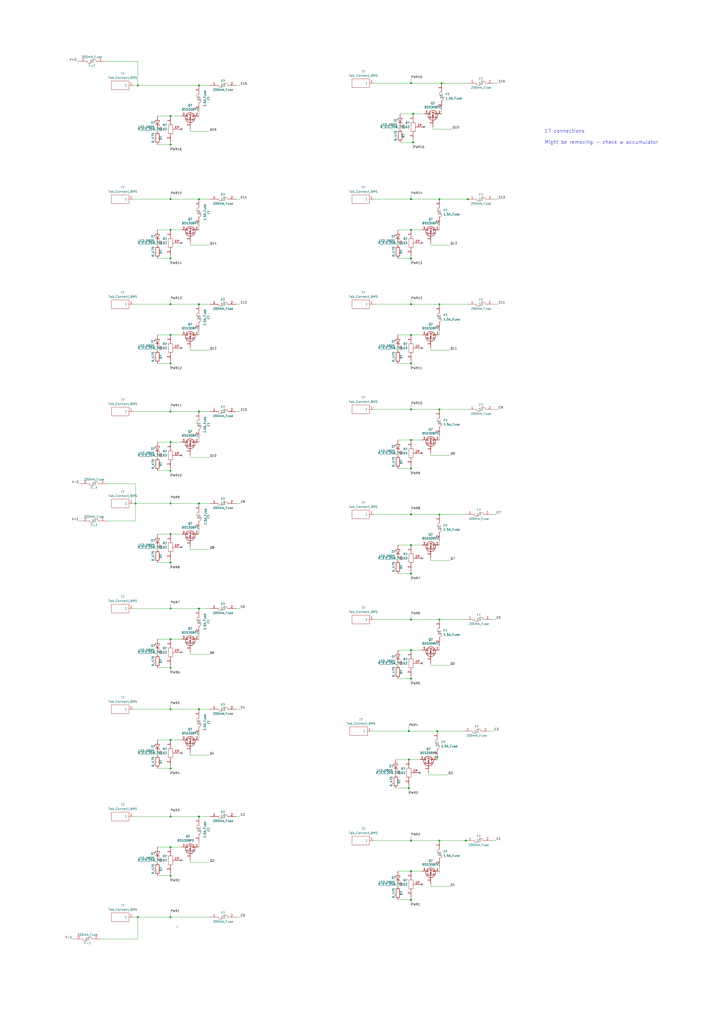
<source format=kicad_sch>
(kicad_sch (version 20211123) (generator eeschema)
  (paper "A2" portrait)
  (junction (at 255.27 298.45))
  (junction (at 238.76 487.68))
  (junction (at 80.01 49.53))
  (junction (at 255.27 176.53))
  (junction (at 115.57 292.1))
  (junction (at 254 439.42))
  (junction (at 99.06 176.53))
  (junction (at 238.76 149.86))
  (junction (at 238.76 176.53))
  (junction (at 237.49 457.2))
  (junction (at 238.76 237.49))
  (junction (at 256.54 48.26))
  (junction (at 99.06 326.39))
  (junction (at 255.27 487.68))
  (junction (at 115.57 49.53))
  (junction (at 238.76 359.41))
  (junction (at 78.74 292.1))
  (junction (at 115.57 238.76))
  (junction (at 99.06 508))
  (junction (at 115.57 473.71))
  (junction (at 255.27 237.49))
  (junction (at 238.76 298.45))
  (junction (at 99.06 194.31))
  (junction (at 99.06 387.35))
  (junction (at 237.49 424.18))
  (junction (at 238.76 194.31))
  (junction (at 238.76 521.97))
  (junction (at 238.76 210.82))
  (junction (at 115.57 115.57))
  (junction (at 99.06 370.84))
  (junction (at 99.06 473.71))
  (junction (at 115.57 353.06))
  (junction (at 99.06 292.1))
  (junction (at 237.49 440.69))
  (junction (at 99.06 83.82))
  (junction (at 99.06 115.57))
  (junction (at 254 424.18))
  (junction (at 240.03 82.55))
  (junction (at 238.76 255.27))
  (junction (at 99.06 429.26))
  (junction (at 99.06 133.35))
  (junction (at 99.06 273.05))
  (junction (at 99.06 256.54))
  (junction (at 99.06 309.88))
  (junction (at 99.06 491.49))
  (junction (at 99.06 532.13))
  (junction (at 255.27 359.41))
  (junction (at 255.27 115.57))
  (junction (at 99.06 67.31))
  (junction (at 99.06 445.77))
  (junction (at 238.76 332.74))
  (junction (at 238.76 133.35))
  (junction (at 238.76 377.19))
  (junction (at 115.57 176.53))
  (junction (at 99.06 411.48))
  (junction (at 238.76 48.26))
  (junction (at 270.51 487.68))
  (junction (at 99.06 353.06))
  (junction (at 238.76 115.57))
  (junction (at 80.01 532.13))
  (junction (at 99.06 238.76))
  (junction (at 99.06 210.82))
  (junction (at 99.06 149.86))
  (junction (at 238.76 271.78))
  (junction (at 238.76 393.7))
  (junction (at 240.03 66.04))
  (junction (at 238.76 316.23))
  (junction (at 271.78 115.57))
  (junction (at 115.57 411.48))
  (junction (at 238.76 505.46))
  (no_connect (at 245.11 513.08))
  (no_connect (at 105.41 499.11))
  (no_connect (at 245.11 323.85))
  (no_connect (at 245.11 262.89))
  (no_connect (at 246.38 73.66))
  (no_connect (at 105.41 140.97))
  (no_connect (at 245.11 201.93))
  (no_connect (at 245.11 384.81))
  (no_connect (at 245.11 140.97))
  (no_connect (at 105.41 378.46))
  (no_connect (at 105.41 436.88))
  (no_connect (at 243.84 448.31))
  (no_connect (at 105.41 264.16))
  (no_connect (at 105.41 201.93))
  (no_connect (at 105.41 317.5))
  (no_connect (at 105.41 74.93))
  (wire (pts (xy 238.76 392.43) (xy 238.76 393.7)))
  (wire (pts (xy 45.72 35.56) (xy 44.45 35.56)))
  (wire (pts (xy 91.44 264.16) (xy 91.44 265.43)))
  (wire (pts (xy 232.41 82.55) (xy 240.03 82.55)))
  (wire (pts (xy 78.74 302.26) (xy 78.74 292.1)))
  (wire (pts (xy 237.49 457.2) (xy 237.49 461.01)))
  (wire (pts (xy 231.14 255.27) (xy 238.76 255.27)))
  (wire (pts (xy 78.74 292.1) (xy 99.06 292.1)))
  (wire (pts (xy 231.14 316.23) (xy 238.76 316.23)))
  (wire (pts (xy 99.06 370.84) (xy 105.41 370.84)))
  (wire (pts (xy 110.49 203.2) (xy 121.92 203.2)))
  (wire (pts (xy 91.44 83.82) (xy 99.06 83.82)))
  (wire (pts (xy 255.27 313.69) (xy 255.27 316.23)))
  (wire (pts (xy 287.02 48.26) (xy 289.56 48.26)))
  (wire (pts (xy 115.57 49.53) (xy 121.92 49.53)))
  (wire (pts (xy 238.76 210.82) (xy 238.76 214.63)))
  (wire (pts (xy 237.49 455.93) (xy 237.49 457.2)))
  (wire (pts (xy 91.44 326.39) (xy 99.06 326.39)))
  (wire (pts (xy 231.14 332.74) (xy 238.76 332.74)))
  (wire (pts (xy 115.57 353.06) (xy 121.92 353.06)))
  (wire (pts (xy 43.18 544.83) (xy 41.91 544.83)))
  (wire (pts (xy 250.19 325.12) (xy 261.62 325.12)))
  (wire (pts (xy 99.06 256.54) (xy 105.41 256.54)))
  (wire (pts (xy 99.06 387.35) (xy 99.06 391.16)))
  (wire (pts (xy 77.47 49.53) (xy 80.01 49.53)))
  (wire (pts (xy 99.06 532.13) (xy 121.92 532.13)))
  (wire (pts (xy 99.06 429.26) (xy 105.41 429.26)))
  (wire (pts (xy 229.87 440.69) (xy 237.49 440.69)))
  (wire (pts (xy 80.01 49.53) (xy 115.57 49.53)))
  (wire (pts (xy 256.54 63.5) (xy 256.54 66.04)))
  (wire (pts (xy 137.16 411.48) (xy 139.7 411.48)))
  (wire (pts (xy 99.06 508) (xy 99.06 511.81)))
  (wire (pts (xy 255.27 374.65) (xy 255.27 377.19)))
  (wire (pts (xy 115.57 115.57) (xy 121.92 115.57)))
  (wire (pts (xy 91.44 74.93) (xy 91.44 76.2)))
  (wire (pts (xy 99.06 411.48) (xy 115.57 411.48)))
  (wire (pts (xy 237.49 440.69) (xy 243.84 440.69)))
  (wire (pts (xy 238.76 487.68) (xy 255.27 487.68)))
  (wire (pts (xy 110.49 142.24) (xy 121.92 142.24)))
  (wire (pts (xy 91.44 499.11) (xy 91.44 500.38)))
  (wire (pts (xy 231.14 201.93) (xy 231.14 203.2)))
  (wire (pts (xy 270.51 487.68) (xy 271.78 487.68)))
  (wire (pts (xy 254 439.42) (xy 254 440.69)))
  (wire (pts (xy 77.47 532.13) (xy 80.01 532.13)))
  (wire (pts (xy 99.06 149.86) (xy 99.06 153.67)))
  (wire (pts (xy 99.06 271.78) (xy 99.06 273.05)))
  (wire (pts (xy 99.06 444.5) (xy 99.06 445.77)))
  (wire (pts (xy 256.54 48.26) (xy 271.78 48.26)))
  (wire (pts (xy 251.46 74.93) (xy 251.46 73.66)))
  (wire (pts (xy 250.19 203.2) (xy 250.19 201.93)))
  (wire (pts (xy 91.44 508) (xy 99.06 508)))
  (wire (pts (xy 99.06 82.55) (xy 99.06 83.82)))
  (wire (pts (xy 77.47 411.48) (xy 99.06 411.48)))
  (wire (pts (xy 238.76 176.53) (xy 255.27 176.53)))
  (wire (pts (xy 99.06 471.17) (xy 99.06 473.71)))
  (wire (pts (xy 231.14 393.7) (xy 238.76 393.7)))
  (wire (pts (xy 254 438.15) (xy 254 439.42)))
  (wire (pts (xy 238.76 255.27) (xy 245.11 255.27)))
  (wire (pts (xy 110.49 318.77) (xy 110.49 317.5)))
  (wire (pts (xy 78.74 280.67) (xy 78.74 292.1)))
  (wire (pts (xy 91.44 140.97) (xy 91.44 142.24)))
  (wire (pts (xy 137.16 115.57) (xy 139.7 115.57)))
  (wire (pts (xy 232.41 66.04) (xy 240.03 66.04)))
  (wire (pts (xy 137.16 49.53) (xy 139.7 49.53)))
  (wire (pts (xy 229.87 448.31) (xy 229.87 449.58)))
  (wire (pts (xy 91.44 133.35) (xy 99.06 133.35)))
  (wire (pts (xy 91.44 429.26) (xy 99.06 429.26)))
  (wire (pts (xy 255.27 298.45) (xy 270.51 298.45)))
  (wire (pts (xy 238.76 298.45) (xy 255.27 298.45)))
  (wire (pts (xy 77.47 292.1) (xy 78.74 292.1)))
  (wire (pts (xy 250.19 514.35) (xy 261.62 514.35)))
  (wire (pts (xy 238.76 48.26) (xy 256.54 48.26)))
  (wire (pts (xy 285.75 298.45) (xy 288.29 298.45)))
  (wire (pts (xy 238.76 397.51) (xy 238.76 393.7)))
  (wire (pts (xy 99.06 194.31) (xy 105.41 194.31)))
  (wire (pts (xy 80.01 35.56) (xy 80.01 49.53)))
  (wire (pts (xy 240.03 81.28) (xy 240.03 82.55)))
  (wire (pts (xy 250.19 514.35) (xy 250.19 513.08)))
  (wire (pts (xy 231.14 505.46) (xy 238.76 505.46)))
  (wire (pts (xy 110.49 203.2) (xy 110.49 201.93)))
  (wire (pts (xy 99.06 173.99) (xy 99.06 176.53)))
  (wire (pts (xy 231.14 149.86) (xy 238.76 149.86)))
  (wire (pts (xy 77.47 473.71) (xy 99.06 473.71)))
  (wire (pts (xy 250.19 325.12) (xy 250.19 323.85)))
  (wire (pts (xy 238.76 485.14) (xy 238.76 487.68)))
  (wire (pts (xy 99.06 408.94) (xy 99.06 411.48)))
  (wire (pts (xy 62.23 302.26) (xy 78.74 302.26)))
  (wire (pts (xy 237.49 424.18) (xy 254 424.18)))
  (wire (pts (xy 91.44 194.31) (xy 99.06 194.31)))
  (wire (pts (xy 58.42 544.83) (xy 80.01 544.83)))
  (wire (pts (xy 250.19 142.24) (xy 250.19 140.97)))
  (wire (pts (xy 91.44 309.88) (xy 99.06 309.88)))
  (wire (pts (xy 238.76 270.51) (xy 238.76 271.78)))
  (wire (pts (xy 255.27 359.41) (xy 270.51 359.41)))
  (wire (pts (xy 99.06 386.08) (xy 99.06 387.35)))
  (wire (pts (xy 99.06 491.49) (xy 105.41 491.49)))
  (wire (pts (xy 110.49 265.43) (xy 110.49 264.16)))
  (wire (pts (xy 250.19 386.08) (xy 250.19 384.81)))
  (wire (pts (xy 99.06 309.88) (xy 105.41 309.88)))
  (wire (pts (xy 238.76 271.78) (xy 238.76 275.59)))
  (wire (pts (xy 99.06 473.71) (xy 115.57 473.71)))
  (wire (pts (xy 238.76 295.91) (xy 238.76 298.45)))
  (wire (pts (xy 91.44 201.93) (xy 91.44 203.2)))
  (wire (pts (xy 137.16 532.13) (xy 139.7 532.13)))
  (wire (pts (xy 115.57 64.77) (xy 115.57 67.31)))
  (wire (pts (xy 77.47 238.76) (xy 99.06 238.76)))
  (wire (pts (xy 115.57 488.95) (xy 115.57 491.49)))
  (wire (pts (xy 231.14 271.78) (xy 238.76 271.78)))
  (wire (pts (xy 240.03 66.04) (xy 246.38 66.04)))
  (wire (pts (xy 232.41 73.66) (xy 232.41 74.93)))
  (wire (pts (xy 238.76 237.49) (xy 255.27 237.49)))
  (wire (pts (xy 99.06 210.82) (xy 99.06 214.63)))
  (wire (pts (xy 110.49 379.73) (xy 121.92 379.73)))
  (wire (pts (xy 77.47 115.57) (xy 99.06 115.57)))
  (wire (pts (xy 217.17 237.49) (xy 238.76 237.49)))
  (wire (pts (xy 248.92 449.58) (xy 248.92 448.31)))
  (wire (pts (xy 99.06 326.39) (xy 99.06 330.2)))
  (wire (pts (xy 215.9 424.18) (xy 237.49 424.18)))
  (wire (pts (xy 248.92 449.58) (xy 260.35 449.58)))
  (wire (pts (xy 255.27 115.57) (xy 271.78 115.57)))
  (wire (pts (xy 231.14 210.82) (xy 238.76 210.82)))
  (wire (pts (xy 62.23 280.67) (xy 78.74 280.67)))
  (wire (pts (xy 99.06 506.73) (xy 99.06 508)))
  (wire (pts (xy 285.75 359.41) (xy 288.29 359.41)))
  (wire (pts (xy 137.16 292.1) (xy 139.7 292.1)))
  (wire (pts (xy 238.76 173.99) (xy 238.76 176.53)))
  (wire (pts (xy 91.44 67.31) (xy 99.06 67.31)))
  (wire (pts (xy 77.47 353.06) (xy 99.06 353.06)))
  (wire (pts (xy 115.57 238.76) (xy 121.92 238.76)))
  (wire (pts (xy 99.06 209.55) (xy 99.06 210.82)))
  (wire (pts (xy 99.06 115.57) (xy 115.57 115.57)))
  (wire (pts (xy 255.27 191.77) (xy 255.27 194.31)))
  (wire (pts (xy 99.06 236.22) (xy 99.06 238.76)))
  (wire (pts (xy 231.14 521.97) (xy 238.76 521.97)))
  (wire (pts (xy 115.57 176.53) (xy 121.92 176.53)))
  (wire (pts (xy 238.76 209.55) (xy 238.76 210.82)))
  (wire (pts (xy 231.14 194.31) (xy 238.76 194.31)))
  (wire (pts (xy 238.76 505.46) (xy 245.11 505.46)))
  (wire (pts (xy 238.76 234.95) (xy 238.76 237.49)))
  (wire (pts (xy 137.16 473.71) (xy 139.7 473.71)))
  (wire (pts (xy 251.46 74.93) (xy 262.89 74.93)))
  (wire (pts (xy 99.06 353.06) (xy 115.57 353.06)))
  (wire (pts (xy 255.27 237.49) (xy 271.78 237.49)))
  (wire (pts (xy 115.57 426.72) (xy 115.57 429.26)))
  (wire (pts (xy 217.17 359.41) (xy 238.76 359.41)))
  (wire (pts (xy 238.76 359.41) (xy 255.27 359.41)))
  (wire (pts (xy 99.06 67.31) (xy 105.41 67.31)))
  (wire (pts (xy 231.14 323.85) (xy 231.14 325.12)))
  (wire (pts (xy 115.57 191.77) (xy 115.57 194.31)))
  (wire (pts (xy 115.57 254) (xy 115.57 256.54)))
  (wire (pts (xy 99.06 176.53) (xy 115.57 176.53)))
  (wire (pts (xy 217.17 487.68) (xy 238.76 487.68)))
  (wire (pts (xy 80.01 544.83) (xy 80.01 532.13)))
  (wire (pts (xy 110.49 500.38) (xy 121.92 500.38)))
  (wire (pts (xy 115.57 130.81) (xy 115.57 133.35)))
  (wire (pts (xy 254 424.18) (xy 269.24 424.18)))
  (wire (pts (xy 110.49 265.43) (xy 121.92 265.43)))
  (wire (pts (xy 238.76 377.19) (xy 245.11 377.19)))
  (wire (pts (xy 238.76 115.57) (xy 255.27 115.57)))
  (polyline (pts (xy 102.87 537.21) (xy 102.87 538.48)))
  (wire (pts (xy 229.87 457.2) (xy 237.49 457.2)))
  (wire (pts (xy 91.44 149.86) (xy 99.06 149.86)))
  (wire (pts (xy 110.49 76.2) (xy 121.92 76.2)))
  (wire (pts (xy 285.75 487.68) (xy 288.29 487.68)))
  (wire (pts (xy 91.44 273.05) (xy 99.06 273.05)))
  (wire (pts (xy 110.49 438.15) (xy 121.92 438.15)))
  (wire (pts (xy 271.78 115.57) (xy 273.05 115.57)))
  (wire (pts (xy 115.57 473.71) (xy 121.92 473.71)))
  (wire (pts (xy 115.57 292.1) (xy 121.92 292.1)))
  (wire (pts (xy 238.76 194.31) (xy 245.11 194.31)))
  (wire (pts (xy 110.49 379.73) (xy 110.49 378.46)))
  (wire (pts (xy 231.14 140.97) (xy 231.14 142.24)))
  (wire (pts (xy 110.49 500.38) (xy 110.49 499.11)))
  (wire (pts (xy 238.76 356.87) (xy 238.76 359.41)))
  (wire (pts (xy 238.76 149.86) (xy 238.76 153.67)))
  (wire (pts (xy 110.49 142.24) (xy 110.49 140.97)))
  (wire (pts (xy 238.76 45.72) (xy 238.76 48.26)))
  (wire (pts (xy 99.06 133.35) (xy 105.41 133.35)))
  (wire (pts (xy 99.06 83.82) (xy 99.06 87.63)))
  (wire (pts (xy 137.16 353.06) (xy 139.7 353.06)))
  (wire (pts (xy 238.76 332.74) (xy 238.76 336.55)))
  (wire (pts (xy 99.06 350.52) (xy 99.06 353.06)))
  (wire (pts (xy 238.76 520.7) (xy 238.76 521.97)))
  (wire (pts (xy 110.49 318.77) (xy 121.92 318.77)))
  (wire (pts (xy 231.14 262.89) (xy 231.14 264.16)))
  (wire (pts (xy 99.06 273.05) (xy 99.06 276.86)))
  (wire (pts (xy 91.44 378.46) (xy 91.44 379.73)))
  (wire (pts (xy 287.02 176.53) (xy 289.56 176.53)))
  (wire (pts (xy 110.49 76.2) (xy 110.49 74.93)))
  (wire (pts (xy 99.06 445.77) (xy 99.06 449.58)))
  (wire (pts (xy 91.44 445.77) (xy 99.06 445.77)))
  (wire (pts (xy 217.17 298.45) (xy 238.76 298.45)))
  (wire (pts (xy 250.19 264.16) (xy 250.19 262.89)))
  (wire (pts (xy 238.76 331.47) (xy 238.76 332.74)))
  (wire (pts (xy 287.02 115.57) (xy 289.56 115.57)))
  (wire (pts (xy 137.16 176.53) (xy 139.7 176.53)))
  (wire (pts (xy 231.14 384.81) (xy 231.14 386.08)))
  (wire (pts (xy 217.17 115.57) (xy 238.76 115.57)))
  (wire (pts (xy 250.19 142.24) (xy 261.62 142.24)))
  (wire (pts (xy 91.44 256.54) (xy 99.06 256.54)))
  (wire (pts (xy 91.44 436.88) (xy 91.44 438.15)))
  (wire (pts (xy 60.96 35.56) (xy 80.01 35.56)))
  (wire (pts (xy 231.14 377.19) (xy 238.76 377.19)))
  (wire (pts (xy 99.06 238.76) (xy 115.57 238.76)))
  (wire (pts (xy 250.19 203.2) (xy 261.62 203.2)))
  (wire (pts (xy 46.99 302.26) (xy 45.72 302.26)))
  (wire (pts (xy 99.06 289.56) (xy 99.06 292.1)))
  (wire (pts (xy 80.01 532.13) (xy 99.06 532.13)))
  (wire (pts (xy 255.27 502.92) (xy 255.27 505.46)))
  (wire (pts (xy 238.76 521.97) (xy 238.76 525.78)))
  (wire (pts (xy 231.14 133.35) (xy 238.76 133.35)))
  (wire (pts (xy 91.44 491.49) (xy 99.06 491.49)))
  (wire (pts (xy 91.44 317.5) (xy 91.44 318.77)))
  (wire (pts (xy 238.76 316.23) (xy 245.11 316.23)))
  (wire (pts (xy 110.49 438.15) (xy 110.49 436.88)))
  (wire (pts (xy 91.44 370.84) (xy 99.06 370.84)))
  (wire (pts (xy 255.27 176.53) (xy 271.78 176.53)))
  (wire (pts (xy 287.02 237.49) (xy 289.56 237.49)))
  (wire (pts (xy 99.06 148.59) (xy 99.06 149.86)))
  (wire (pts (xy 255.27 487.68) (xy 270.51 487.68)))
  (wire (pts (xy 99.06 113.03) (xy 99.06 115.57)))
  (wire (pts (xy 91.44 210.82) (xy 99.06 210.82)))
  (wire (pts (xy 115.57 307.34) (xy 115.57 309.88)))
  (wire (pts (xy 46.99 280.67) (xy 45.72 280.67)))
  (wire (pts (xy 238.76 148.59) (xy 238.76 149.86)))
  (wire (pts (xy 99.06 325.12) (xy 99.06 326.39)))
  (wire (pts (xy 217.17 176.53) (xy 238.76 176.53)))
  (wire (pts (xy 240.03 82.55) (xy 240.03 86.36)))
  (wire (pts (xy 250.19 386.08) (xy 261.62 386.08)))
  (wire (pts (xy 255.27 252.73) (xy 255.27 255.27)))
  (wire (pts (xy 284.48 424.18) (xy 287.02 424.18)))
  (wire (pts (xy 115.57 411.48) (xy 121.92 411.48)))
  (wire (pts (xy 237.49 421.64) (xy 237.49 424.18)))
  (wire (pts (xy 250.19 264.16) (xy 261.62 264.16)))
  (wire (pts (xy 238.76 133.35) (xy 245.11 133.35)))
  (wire (pts (xy 231.14 513.08) (xy 231.14 514.35)))
  (wire (pts (xy 255.27 130.81) (xy 255.27 133.35)))
  (wire (pts (xy 115.57 368.3) (xy 115.57 370.84)))
  (wire (pts (xy 238.76 113.03) (xy 238.76 115.57)))
  (wire (pts (xy 99.06 529.59) (xy 99.06 532.13)))
  (wire (pts (xy 91.44 387.35) (xy 99.06 387.35)))
  (wire (pts (xy 77.47 176.53) (xy 99.06 176.53)))
  (wire (pts (xy 99.06 292.1) (xy 115.57 292.1)))
  (wire (pts (xy 137.16 238.76) (xy 139.7 238.76)))
  (wire (pts (xy 217.17 48.26) (xy 238.76 48.26)))
  (text "17 connections\n\nMight be removing - check w accumulator" (at 316.23 83.82 0) (effects (font (size 2 2)) (justify left bottom)))
  (label "C6" (at 139.7 353.06 0))
  (label "Q1" (at 261.62 514.35 0))
  (label "C3" (at 287.02 424.18 0))
  (label "C5" (at 288.29 359.41 0))
  (label "PWR9" (at 99.06 289.56 0))
  (label "PWR13" (at 238.76 153.67 0))
  (label "PWR10" (at 238.76 234.95 0))
  (label "C1" (at 288.29 487.68 0))
  (label "Q8" (at 121.92 318.77 0))
  (label "PWR1" (at 99.06 529.59 0))
  (label "Q10" (at 121.92 265.43 0))
  (label "PWR12" (at 99.06 214.63 0))
  (label "C8" (at 139.7 292.1 0))
  (label "Q15" (at 262.89 74.93 0))
  (label "Q3" (at 260.35 449.58 0))
  (label "Q6" (at 121.92 379.73 0))
  (label "C4" (at 139.7 411.48 0))
  (label "Q14" (at 121.92 142.24 0))
  (label "PWR8" (at 238.76 295.91 0))
  (label "C12" (at 139.7 176.53 0))
  (label "C10" (at 139.7 238.76 0))
  (label "PWR11" (at 99.06 236.22 0))
  (label "PWR1" (at 238.76 525.78 0))
  (label "PWR2" (at 99.06 511.81 0))
  (label "V-1" (at 41.91 544.83 180))
  (label "PWR14" (at 238.76 113.03 0))
  (label "C14" (at 139.7 115.57 0))
  (label "PWR3" (at 99.06 471.17 0))
  (label "PWR13" (at 99.06 173.99 0))
  (label "PWR16" (at 238.76 45.72 0))
  (label "Q9" (at 261.62 264.16 0))
  (label "Q5" (at 261.62 386.08 0))
  (label "PWR8" (at 99.06 330.2 0))
  (label "PWR5" (at 238.76 397.51 0))
  (label "C0" (at 139.7 532.13 0))
  (label "PWR4" (at 99.06 449.58 0))
  (label "V+2" (at 44.45 35.56 180))
  (label "C15" (at 289.56 48.26 0))
  (label "C16" (at 139.7 49.53 0))
  (label "Q13" (at 261.62 142.24 0))
  (label "PWR6" (at 99.06 391.16 0))
  (label "PWR10" (at 99.06 276.86 0))
  (label "PWR3" (at 237.49 461.01 0))
  (label "PWR5" (at 99.06 408.94 0))
  (label "PWR4" (at 237.49 421.64 0))
  (label "PWR7" (at 99.06 350.52 0))
  (label "C11" (at 289.56 176.53 0))
  (label "Q12" (at 121.92 203.2 0))
  (label "V+1" (at 45.72 302.26 180))
  (label "Q2" (at 121.92 500.38 0))
  (label "Q7" (at 261.62 325.12 0))
  (label "PWR16" (at 99.06 87.63 0))
  (label "V-2" (at 45.72 280.67 180))
  (label "PWR2" (at 238.76 485.14 0))
  (label "PWR6" (at 238.76 356.87 0))
  (label "Q11" (at 261.62 203.2 0))
  (label "PWR15" (at 240.03 86.36 0))
  (label "Q4" (at 121.92 438.15 0))
  (label "PWR7" (at 238.76 336.55 0))
  (label "C2" (at 139.7 473.71 0))
  (label "PWR9" (at 238.76 275.59 0))
  (label "PWR15" (at 99.06 113.03 0))
  (label "Q16" (at 121.92 76.2 0))
  (label "C13" (at 289.56 115.57 0))
  (label "PWR11" (at 238.76 214.63 0))
  (label "C9" (at 289.56 237.49 0))
  (label "PWR14" (at 99.06 153.67 0))
  (label "C7" (at 288.29 298.45 0))
  (label "PWR12" (at 238.76 173.99 0))
  (symbol (lib_id "formula:BSS308PE") (at 110.49 431.8 90) (unit 1)
    (property "Reference" "Q?" (at 110.49 423.0878 90))
    (property "Value" "BSS308PE" (at 110.49 425.3992 90))
    (property "Footprint" "footprints:SOT-23-3_OEM" (effects hide))
    (property "Datasheet" "https://www.infineon.com/dgdl/BSS308PE_Rev2.03.pdf?folderId=db3a304314dca38901154a72e3951a65&fileId=db3a304330f686060131099c80400073" (effects hide))
    (property "MFN" "DK" (effects hide))
    (property "MPN" "BSS308PEH6327XTSA1CT-ND" (effects hide))
    (property "PurchasingLink" "https://www.digikey.com/products/en/discrete-semiconductor-products/transistors-fets-mosfets-single/278?k=bss308pe&k=&pkeyword=bss308pe&pv7=2&pv1989=0&sf=0&quantity=&ColumnSort=0&page=1&stock=1&datasheet=1&pageSize=25" (effects hide))
  )
  (symbol (lib_id "formula:R_475") (at 231.14 207.01 0) (unit 1)
    (property "Reference" "R?" (at 233.172 207.01 90))
    (property "Value" "R_475" (at 228.6 207.01 90))
    (property "Footprint" "footprints:R_0805_OEM" (effects hide))
    (property "Datasheet" "http://www.yageo.com.tw/exep/pages/download/literatures/PYu-R_INT-thick_7.pdf" (effects hide))
    (property "MFN" "DK" (effects hide))
    (property "MPN" "311-475CRCT-ND" (effects hide))
    (property "PurchasingLink" "https://www.digikey.com/products/en?keywords=311-475CRCT-ND" (effects hide))
  )
  (symbol (lib_id "formula:1.5A_Fuse") (at 255.27 495.3 270) (unit 1)
    (property "Reference" "F?" (at 257.5052 494.1316 90) (effects (justify left)))
    (property "Value" "1.5A_Fuse" (at 257.5052 496.443 90) (effects (justify left)))
    (property "Footprint" "footprints:Fuse_1206" (effects hide))
    (property "Datasheet" "https://www.littelfuse.com/~/media/electronics/datasheets/fuses/littelfuse_fuse_466_datasheet.pdf.pdf" (effects hide))
    (property "MPN" "F1462CT-ND" (effects hide))
    (property "PurchasingLink" "https://www.digikey.com/product-detail/en/littelfuse-inc/046601.5NR/F1462CT-ND/521360" (effects hide))
    (property "MFN" "046601.5NR" (effects hide))
  )
  (symbol (lib_id "formula:BSS308PE") (at 248.92 443.23 90) (unit 1)
    (property "Reference" "Q?" (at 248.92 434.5178 90))
    (property "Value" "BSS308PE" (at 248.92 436.8292 90))
    (property "Footprint" "footprints:SOT-23-3_OEM" (effects hide))
    (property "Datasheet" "https://www.infineon.com/dgdl/BSS308PE_Rev2.03.pdf?folderId=db3a304314dca38901154a72e3951a65&fileId=db3a304330f686060131099c80400073" (effects hide))
    (property "MFN" "DK" (effects hide))
    (property "MPN" "BSS308PEH6327XTSA1CT-ND" (effects hide))
    (property "PurchasingLink" "https://www.digikey.com/products/en/discrete-semiconductor-products/transistors-fets-mosfets-single/278?k=bss308pe&k=&pkeyword=bss308pe&pv7=2&pv1989=0&sf=0&quantity=&ColumnSort=0&page=1&stock=1&datasheet=1&pageSize=25" (effects hide))
  )
  (symbol (lib_id "formula:Tab_Connect_BMS") (at 69.85 49.53 0) (unit 1)
    (property "Reference" "T?" (at 71.2724 42.799 0))
    (property "Value" "Tab_Connect_BMS" (at 71.2724 45.1104 0))
    (property "Footprint" "footprints:Tab_connect_BMS" (effects hide))
  )
  (symbol (lib_id "formula:200mA_Fuse") (at 53.34 35.56 180) (unit 1)
    (property "Reference" "F+?" (at 53.34 38.1 0))
    (property "Value" "200mA_Fuse" (at 53.34 33.02 0))
    (property "Footprint" "footprints:Fuse_1812" (effects hide))
    (property "Datasheet" "https://www.belfuse.com/resources/CircuitProtection/datasheets/0ZCG%20Nov2016.pdf" (effects hide))
    (property "MPN" "507-1767-1-ND " (effects hide))
    (property "PurchasingLink" "https://www.digikey.com/product-detail/en/bel-fuse-inc/0ZCG0110AF2C/507-1767-1-ND/4156157" (effects hide))
    (property "MFN" "DK" (effects hide))
  )
  (symbol (lib_id "formula:LED_0805") (at 231.14 381 90) (unit 1)
    (property "Reference" "D?" (at 228.6 381 90))
    (property "Value" "LED_0805" (at 224.79 383.54 90))
    (property "Footprint" "footprints:LED_0805_OEM" (effects hide))
    (property "Datasheet" "http://www.osram-os.com/Graphics/XPic9/00078860_0.pdf" (effects hide))
    (property "MFN" "DK" (effects hide))
    (property "MPN" "475-1410-1-ND" (effects hide))
    (property "PurchasingLink" "https://www.digikey.com/products/en?keywords=475-1410-1-ND" (effects hide))
  )
  (symbol (lib_id "formula:200mA_Fuse") (at 129.54 353.06 0) (unit 1)
    (property "Reference" "F?" (at 129.54 350.52 0))
    (property "Value" "200mA_Fuse" (at 129.54 355.6 0))
    (property "Footprint" "footprints:Fuse_1812" (effects hide))
    (property "Datasheet" "https://www.belfuse.com/resources/CircuitProtection/datasheets/0ZCG%20Nov2016.pdf" (effects hide))
    (property "MPN" "507-1767-1-ND " (effects hide))
    (property "PurchasingLink" "https://www.digikey.com/product-detail/en/bel-fuse-inc/0ZCG0110AF2C/507-1767-1-ND/4156157" (effects hide))
    (property "MFN" "DK" (effects hide))
  )
  (symbol (lib_id "formula:BSS308PE") (at 110.49 494.03 90) (unit 1)
    (property "Reference" "Q?" (at 109.22 485.14 90))
    (property "Value" "BSS308PE" (at 107.95 487.68 90))
    (property "Footprint" "footprints:SOT-23-3_OEM" (effects hide))
    (property "Datasheet" "https://www.infineon.com/dgdl/BSS308PE_Rev2.03.pdf?folderId=db3a304314dca38901154a72e3951a65&fileId=db3a304330f686060131099c80400073" (effects hide))
    (property "MFN" "DK" (effects hide))
    (property "MPN" "BSS308PEH6327XTSA1CT-ND" (effects hide))
    (property "PurchasingLink" "https://www.digikey.com/products/en/discrete-semiconductor-products/transistors-fets-mosfets-single/278?k=bss308pe&k=&pkeyword=bss308pe&pv7=2&pv1989=0&sf=0&quantity=&ColumnSort=0&page=1&stock=1&datasheet=1&pageSize=25" (effects hide))
  )
  (symbol (lib_id "formula:200mA_Fuse") (at 129.54 532.13 0) (unit 1)
    (property "Reference" "F?" (at 129.54 529.59 0))
    (property "Value" "200mA_Fuse" (at 129.54 534.67 0))
    (property "Footprint" "footprints:Fuse_1812" (effects hide))
    (property "Datasheet" "https://www.belfuse.com/resources/CircuitProtection/datasheets/0ZCG%20Nov2016.pdf" (effects hide))
    (property "MPN" "507-1767-1-ND " (effects hide))
    (property "PurchasingLink" "https://www.digikey.com/product-detail/en/bel-fuse-inc/0ZCG0110AF2C/507-1767-1-ND/4156157" (effects hide))
    (property "MFN" "DK" (effects hide))
  )
  (symbol (lib_id "formula:R_3.3_25W_TO163") (at 99.06 264.16 270) (unit 1)
    (property "Reference" "R?" (at 97.0788 261.8486 90) (effects (justify right)))
    (property "Value" "R_3.3_25W_TO163" (at 97.0788 264.16 90) (effects (justify right)))
    (property "Footprint" "footprints:PWR163" (effects hide))
    (property "Datasheet" "https://www.bourns.com/docs/Product-Datasheets/PWR163.pdf" (effects hide))
    (property "MFN" "DK" (effects hide))
    (property "MPN" "PWR163S-25-3R30F-ND" (effects hide))
    (property "PurchasingLink" "https://www.digikey.com/products/en?keywords=PWR163S-25-3R30F-ND" (effects hide))
  )
  (symbol (lib_id "formula:1.5A_Fuse") (at 115.57 360.68 270) (unit 1)
    (property "Reference" "F?" (at 121.285 360.68 0))
    (property "Value" "1.5A_Fuse" (at 118.9736 360.68 0))
    (property "Footprint" "footprints:Fuse_1206" (effects hide))
    (property "Datasheet" "https://www.littelfuse.com/~/media/electronics/datasheets/fuses/littelfuse_fuse_466_datasheet.pdf.pdf" (effects hide))
    (property "MPN" "F1462CT-ND" (effects hide))
    (property "PurchasingLink" "https://www.digikey.com/product-detail/en/littelfuse-inc/046601.5NR/F1462CT-ND/521360" (effects hide))
    (property "MFN" "046601.5NR" (effects hide))
  )
  (symbol (lib_id "formula:LED_0805") (at 91.44 260.35 90) (unit 1)
    (property "Reference" "D?" (at 88.9 260.35 90))
    (property "Value" "LED_0805" (at 85.09 262.89 90))
    (property "Footprint" "footprints:LED_0805_OEM" (effects hide))
    (property "Datasheet" "http://www.osram-os.com/Graphics/XPic9/00078860_0.pdf" (effects hide))
    (property "MFN" "DK" (effects hide))
    (property "MPN" "475-1410-1-ND" (effects hide))
    (property "PurchasingLink" "https://www.digikey.com/products/en?keywords=475-1410-1-ND" (effects hide))
  )
  (symbol (lib_id "formula:1.5A_Fuse") (at 115.57 481.33 270) (unit 1)
    (property "Reference" "F?" (at 121.285 481.33 0))
    (property "Value" "1.5A_Fuse" (at 118.9736 481.33 0))
    (property "Footprint" "footprints:Fuse_1206" (effects hide))
    (property "Datasheet" "https://www.littelfuse.com/~/media/electronics/datasheets/fuses/littelfuse_fuse_466_datasheet.pdf.pdf" (effects hide))
    (property "MPN" "F1462CT-ND" (effects hide))
    (property "PurchasingLink" "https://www.digikey.com/product-detail/en/littelfuse-inc/046601.5NR/F1462CT-ND/521360" (effects hide))
    (property "MFN" "046601.5NR" (effects hide))
  )
  (symbol (lib_id "formula:R_475") (at 232.41 78.74 0) (unit 1)
    (property "Reference" "R?" (at 234.442 78.74 90))
    (property "Value" "R_475" (at 229.87 78.74 90))
    (property "Footprint" "footprints:R_0805_OEM" (effects hide))
    (property "Datasheet" "http://www.yageo.com.tw/exep/pages/download/literatures/PYu-R_INT-thick_7.pdf" (effects hide))
    (property "MFN" "DK" (effects hide))
    (property "MPN" "311-475CRCT-ND" (effects hide))
    (property "PurchasingLink" "https://www.digikey.com/products/en?keywords=311-475CRCT-ND" (effects hide))
  )
  (symbol (lib_id "formula:Tab_Connect_BMS") (at 69.85 411.48 0) (unit 1)
    (property "Reference" "T?" (at 71.2724 404.749 0))
    (property "Value" "Tab_Connect_BMS" (at 71.2724 407.0604 0))
    (property "Footprint" "footprints:Tab_connect_BMS" (effects hide))
  )
  (symbol (lib_id "formula:200mA_Fuse") (at 279.4 115.57 0) (unit 1)
    (property "Reference" "F?" (at 279.4 113.03 0))
    (property "Value" "200mA_Fuse" (at 279.4 118.11 0))
    (property "Footprint" "footprints:Fuse_1812" (effects hide))
    (property "Datasheet" "https://www.belfuse.com/resources/CircuitProtection/datasheets/0ZCG%20Nov2016.pdf" (effects hide))
  )
  (symbol (lib_id "formula:Tab_Connect_BMS") (at 209.55 176.53 0) (unit 1)
    (property "Reference" "T?" (at 210.9724 169.799 0))
    (property "Value" "Tab_Connect_BMS" (at 210.9724 172.1104 0))
    (property "Footprint" "footprints:Tab_connect_BMS" (effects hide))
  )
  (symbol (lib_id "formula:1.5A_Fuse") (at 115.57 246.38 270) (unit 1)
    (property "Reference" "F?" (at 121.285 246.38 0))
    (property "Value" "1.5A_Fuse" (at 118.9736 246.38 0))
    (property "Footprint" "footprints:Fuse_1206" (effects hide))
    (property "Datasheet" "https://www.littelfuse.com/~/media/electronics/datasheets/fuses/littelfuse_fuse_466_datasheet.pdf.pdf" (effects hide))
    (property "MPN" "F1462CT-ND" (effects hide))
    (property "PurchasingLink" "https://www.digikey.com/product-detail/en/littelfuse-inc/046601.5NR/F1462CT-ND/521360" (effects hide))
    (property "MFN" "046601.5NR" (effects hide))
  )
  (symbol (lib_id "formula:1.5A_Fuse") (at 115.57 57.15 270) (unit 1)
    (property "Reference" "F?" (at 121.285 57.15 0))
    (property "Value" "1.5A_Fuse" (at 118.9736 57.15 0))
    (property "Footprint" "footprints:Fuse_1206" (effects hide))
    (property "Datasheet" "https://www.littelfuse.com/~/media/electronics/datasheets/fuses/littelfuse_fuse_466_datasheet.pdf.pdf" (effects hide))
    (property "MPN" "F1462CT-ND" (effects hide))
    (property "PurchasingLink" "https://www.digikey.com/product-detail/en/littelfuse-inc/046601.5NR/F1462CT-ND/521360" (effects hide))
    (property "MFN" "046601.5NR" (effects hide))
  )
  (symbol (lib_id "formula:200mA_Fuse") (at 54.61 280.67 180) (unit 1)
    (property "Reference" "F-?" (at 54.61 283.21 0))
    (property "Value" "200mA_Fuse" (at 54.61 278.13 0))
    (property "Footprint" "footprints:Fuse_1812" (effects hide))
    (property "Datasheet" "https://www.belfuse.com/resources/CircuitProtection/datasheets/0ZCG%20Nov2016.pdf" (effects hide))
    (property "MPN" "507-1767-1-ND " (effects hide))
    (property "PurchasingLink" "https://www.digikey.com/product-detail/en/bel-fuse-inc/0ZCG0110AF2C/507-1767-1-ND/4156157" (effects hide))
    (property "MFN" "DK" (effects hide))
  )
  (symbol (lib_id "formula:BSS308PE") (at 110.49 373.38 90) (unit 1)
    (property "Reference" "Q?" (at 110.49 364.6678 90))
    (property "Value" "BSS308PE" (at 110.49 366.9792 90))
    (property "Footprint" "footprints:SOT-23-3_OEM" (effects hide))
    (property "Datasheet" "https://www.infineon.com/dgdl/BSS308PE_Rev2.03.pdf?folderId=db3a304314dca38901154a72e3951a65&fileId=db3a304330f686060131099c80400073" (effects hide))
    (property "MFN" "DK" (effects hide))
    (property "MPN" "BSS308PEH6327XTSA1CT-ND" (effects hide))
    (property "PurchasingLink" "https://www.digikey.com/products/en/discrete-semiconductor-products/transistors-fets-mosfets-single/278?k=bss308pe&k=&pkeyword=bss308pe&pv7=2&pv1989=0&sf=0&quantity=&ColumnSort=0&page=1&stock=1&datasheet=1&pageSize=25" (effects hide))
  )
  (symbol (lib_id "formula:R_475") (at 231.14 146.05 0) (unit 1)
    (property "Reference" "R?" (at 233.172 146.05 90))
    (property "Value" "R_475" (at 228.6 146.05 90))
    (property "Footprint" "footprints:R_0805_OEM" (effects hide))
    (property "Datasheet" "http://www.yageo.com.tw/exep/pages/download/literatures/PYu-R_INT-thick_7.pdf" (effects hide))
    (property "MFN" "DK" (effects hide))
    (property "MPN" "311-475CRCT-ND" (effects hide))
    (property "PurchasingLink" "https://www.digikey.com/products/en?keywords=311-475CRCT-ND" (effects hide))
  )
  (symbol (lib_id "formula:R_475") (at 231.14 267.97 0) (unit 1)
    (property "Reference" "R?" (at 233.172 267.97 90))
    (property "Value" "R_475" (at 228.6 267.97 90))
    (property "Footprint" "footprints:R_0805_OEM" (effects hide))
    (property "Datasheet" "http://www.yageo.com.tw/exep/pages/download/literatures/PYu-R_INT-thick_7.pdf" (effects hide))
    (property "MFN" "DK" (effects hide))
    (property "MPN" "311-475CRCT-ND" (effects hide))
    (property "PurchasingLink" "https://www.digikey.com/products/en?keywords=311-475CRCT-ND" (effects hide))
  )
  (symbol (lib_id "formula:R_475") (at 91.44 441.96 0) (unit 1)
    (property "Reference" "R?" (at 93.472 441.96 90))
    (property "Value" "R_475" (at 88.9 441.96 90))
    (property "Footprint" "footprints:R_0805_OEM" (effects hide))
    (property "Datasheet" "http://www.yageo.com.tw/exep/pages/download/literatures/PYu-R_INT-thick_7.pdf" (effects hide))
    (property "MFN" "DK" (effects hide))
    (property "MPN" "311-475CRCT-ND" (effects hide))
    (property "PurchasingLink" "https://www.digikey.com/products/en?keywords=311-475CRCT-ND" (effects hide))
  )
  (symbol (lib_id "formula:BSS308PE") (at 250.19 379.73 90) (unit 1)
    (property "Reference" "Q?" (at 250.19 371.0178 90))
    (property "Value" "BSS308PE" (at 250.19 373.3292 90))
    (property "Footprint" "footprints:SOT-23-3_OEM" (effects hide))
    (property "Datasheet" "https://www.infineon.com/dgdl/BSS308PE_Rev2.03.pdf?folderId=db3a304314dca38901154a72e3951a65&fileId=db3a304330f686060131099c80400073" (effects hide))
    (property "MFN" "DK" (effects hide))
    (property "MPN" "BSS308PEH6327XTSA1CT-ND" (effects hide))
    (property "PurchasingLink" "https://www.digikey.com/products/en/discrete-semiconductor-products/transistors-fets-mosfets-single/278?k=bss308pe&k=&pkeyword=bss308pe&pv7=2&pv1989=0&sf=0&quantity=&ColumnSort=0&page=1&stock=1&datasheet=1&pageSize=25" (effects hide))
  )
  (symbol (lib_id "formula:BSS308PE") (at 110.49 312.42 90) (unit 1)
    (property "Reference" "Q?" (at 110.49 303.7078 90))
    (property "Value" "BSS308PE" (at 110.49 306.0192 90))
    (property "Footprint" "footprints:SOT-23-3_OEM" (effects hide))
    (property "Datasheet" "https://www.infineon.com/dgdl/BSS308PE_Rev2.03.pdf?folderId=db3a304314dca38901154a72e3951a65&fileId=db3a304330f686060131099c80400073" (effects hide))
    (property "MFN" "DK" (effects hide))
    (property "MPN" "BSS308PEH6327XTSA1CT-ND" (effects hide))
    (property "PurchasingLink" "https://www.digikey.com/products/en/discrete-semiconductor-products/transistors-fets-mosfets-single/278?k=bss308pe&k=&pkeyword=bss308pe&pv7=2&pv1989=0&sf=0&quantity=&ColumnSort=0&page=1&stock=1&datasheet=1&pageSize=25" (effects hide))
  )
  (symbol (lib_id "formula:200mA_Fuse") (at 129.54 473.71 0) (unit 1)
    (property "Reference" "F?" (at 129.54 471.17 0))
    (property "Value" "200mA_Fuse" (at 129.54 476.25 0))
    (property "Footprint" "footprints:Fuse_1812" (effects hide))
    (property "Datasheet" "https://www.belfuse.com/resources/CircuitProtection/datasheets/0ZCG%20Nov2016.pdf" (effects hide))
    (property "MPN" "507-1767-1-ND " (effects hide))
    (property "PurchasingLink" "https://www.digikey.com/product-detail/en/bel-fuse-inc/0ZCG0110AF2C/507-1767-1-ND/4156157" (effects hide))
    (property "MFN" "DK" (effects hide))
  )
  (symbol (lib_id "formula:Tab_Connect_BMS") (at 209.55 298.45 0) (unit 1)
    (property "Reference" "T?" (at 210.9724 291.719 0))
    (property "Value" "Tab_Connect_BMS" (at 210.9724 294.0304 0))
    (property "Footprint" "footprints:Tab_connect_BMS" (effects hide))
  )
  (symbol (lib_id "formula:200mA_Fuse") (at 129.54 176.53 0) (unit 1)
    (property "Reference" "F?" (at 129.54 173.99 0))
    (property "Value" "200mA_Fuse" (at 129.54 179.07 0))
    (property "Footprint" "footprints:Fuse_1812" (effects hide))
    (property "Datasheet" "https://www.belfuse.com/resources/CircuitProtection/datasheets/0ZCG%20Nov2016.pdf" (effects hide))
    (property "MPN" "507-1767-1-ND " (effects hide))
    (property "PurchasingLink" "https://www.digikey.com/product-detail/en/bel-fuse-inc/0ZCG0110AF2C/507-1767-1-ND/4156157" (effects hide))
    (property "MFN" "DK" (effects hide))
  )
  (symbol (lib_id "formula:1.5A_Fuse") (at 255.27 184.15 270) (unit 1)
    (property "Reference" "F?" (at 257.5052 182.9816 90) (effects (justify left)))
    (property "Value" "1.5A_Fuse" (at 257.5052 185.293 90) (effects (justify left)))
    (property "Footprint" "footprints:Fuse_1206" (effects hide))
    (property "Datasheet" "https://www.littelfuse.com/~/media/electronics/datasheets/fuses/littelfuse_fuse_466_datasheet.pdf.pdf" (effects hide))
    (property "MPN" "F1462CT-ND" (effects hide))
    (property "PurchasingLink" "https://www.digikey.com/product-detail/en/littelfuse-inc/046601.5NR/F1462CT-ND/521360" (effects hide))
    (property "MFN" "046601.5NR" (effects hide))
  )
  (symbol (lib_id "formula:BSS308PE") (at 110.49 69.85 90) (unit 1)
    (property "Reference" "Q?" (at 110.49 61.1378 90))
    (property "Value" "BSS308PE" (at 110.49 63.4492 90))
    (property "Footprint" "footprints:SOT-23-3_OEM" (effects hide))
    (property "Datasheet" "https://www.infineon.com/dgdl/BSS308PE_Rev2.03.pdf?folderId=db3a304314dca38901154a72e3951a65&fileId=db3a304330f686060131099c80400073" (effects hide))
    (property "MFN" "DK" (effects hide))
    (property "MPN" "BSS308PEH6327XTSA1CT-ND" (effects hide))
    (property "PurchasingLink" "https://www.digikey.com/products/en/discrete-semiconductor-products/transistors-fets-mosfets-single/278?k=bss308pe&k=&pkeyword=bss308pe&pv7=2&pv1989=0&sf=0&quantity=&ColumnSort=0&page=1&stock=1&datasheet=1&pageSize=25" (effects hide))
  )
  (symbol (lib_id "formula:R_3.3_25W_TO163") (at 99.06 378.46 270) (unit 1)
    (property "Reference" "R?" (at 97.0788 376.1486 90) (effects (justify right)))
    (property "Value" "R_3.3_25W_TO163" (at 97.0788 378.46 90) (effects (justify right)))
    (property "Footprint" "footprints:PWR163" (effects hide))
    (property "Datasheet" "https://www.bourns.com/docs/Product-Datasheets/PWR163.pdf" (effects hide))
    (property "MFN" "DK" (effects hide))
    (property "MPN" "PWR163S-25-3R30F-ND" (effects hide))
    (property "PurchasingLink" "https://www.digikey.com/products/en?keywords=PWR163S-25-3R30F-ND" (effects hide))
  )
  (symbol (lib_id "formula:R_475") (at 91.44 322.58 0) (unit 1)
    (property "Reference" "R?" (at 93.472 322.58 90))
    (property "Value" "R_475" (at 88.9 322.58 90))
    (property "Footprint" "footprints:R_0805_OEM" (effects hide))
    (property "Datasheet" "http://www.yageo.com.tw/exep/pages/download/literatures/PYu-R_INT-thick_7.pdf" (effects hide))
    (property "MFN" "DK" (effects hide))
    (property "MPN" "311-475CRCT-ND" (effects hide))
    (property "PurchasingLink" "https://www.digikey.com/products/en?keywords=311-475CRCT-ND" (effects hide))
  )
  (symbol (lib_id "formula:200mA_Fuse") (at 279.4 48.26 0) (unit 1)
    (property "Reference" "F?" (at 279.4 45.72 0))
    (property "Value" "200mA_Fuse" (at 279.4 50.8 0))
    (property "Footprint" "footprints:Fuse_1812" (effects hide))
    (property "Datasheet" "https://www.belfuse.com/resources/CircuitProtection/datasheets/0ZCG%20Nov2016.pdf" (effects hide))
  )
  (symbol (lib_id "formula:R_3.3_25W_TO163") (at 240.03 73.66 270) (unit 1)
    (property "Reference" "R?" (at 238.0488 71.3486 90) (effects (justify right)))
    (property "Value" "R_3.3_25W_TO163" (at 238.0488 73.66 90) (effects (justify right)))
    (property "Footprint" "footprints:PWR163" (effects hide))
    (property "Datasheet" "https://www.bourns.com/docs/Product-Datasheets/PWR163.pdf" (effects hide))
    (property "MFN" "DK" (effects hide))
    (property "MPN" "PWR163S-25-3R30F-ND" (effects hide))
    (property "PurchasingLink" "https://www.digikey.com/products/en?keywords=PWR163S-25-3R30F-ND" (effects hide))
  )
  (symbol (lib_id "formula:200mA_Fuse") (at 129.54 292.1 0) (unit 1)
    (property "Reference" "F?" (at 129.54 289.56 0))
    (property "Value" "200mA_Fuse" (at 129.54 294.64 0))
    (property "Footprint" "footprints:Fuse_1812" (effects hide))
    (property "Datasheet" "https://www.belfuse.com/resources/CircuitProtection/datasheets/0ZCG%20Nov2016.pdf" (effects hide))
    (property "MPN" "507-1767-1-ND " (effects hide))
    (property "PurchasingLink" "https://www.digikey.com/product-detail/en/bel-fuse-inc/0ZCG0110AF2C/507-1767-1-ND/4156157" (effects hide))
    (property "MFN" "DK" (effects hide))
  )
  (symbol (lib_id "formula:Tab_Connect_BMS") (at 69.85 238.76 0) (unit 1)
    (property "Reference" "T?" (at 71.2724 232.029 0))
    (property "Value" "Tab_Connect_BMS" (at 71.2724 234.3404 0))
    (property "Footprint" "footprints:Tab_connect_BMS" (effects hide))
  )
  (symbol (lib_id "formula:R_475") (at 91.44 80.01 0) (unit 1)
    (property "Reference" "R?" (at 93.472 80.01 90))
    (property "Value" "R_475" (at 88.9 80.01 90))
    (property "Footprint" "footprints:R_0805_OEM" (effects hide))
    (property "Datasheet" "http://www.yageo.com.tw/exep/pages/download/literatures/PYu-R_INT-thick_7.pdf" (effects hide))
    (property "MFN" "DK" (effects hide))
    (property "MPN" "311-475CRCT-ND" (effects hide))
    (property "PurchasingLink" "https://www.digikey.com/products/en?keywords=311-475CRCT-ND" (effects hide))
  )
  (symbol (lib_id "formula:R_3.3_25W_TO163") (at 99.06 201.93 270) (unit 1)
    (property "Reference" "R?" (at 97.0788 199.6186 90) (effects (justify right)))
    (property "Value" "R_3.3_25W_TO163" (at 97.0788 201.93 90) (effects (justify right)))
    (property "Footprint" "footprints:PWR163" (effects hide))
    (property "Datasheet" "https://www.bourns.com/docs/Product-Datasheets/PWR163.pdf" (effects hide))
    (property "MFN" "DK" (effects hide))
    (property "MPN" "PWR163S-25-3R30F-ND" (effects hide))
    (property "PurchasingLink" "https://www.digikey.com/products/en?keywords=PWR163S-25-3R30F-ND" (effects hide))
  )
  (symbol (lib_id "formula:R_3.3_25W_TO163") (at 99.06 499.11 270) (unit 1)
    (property "Reference" "R?" (at 97.0788 496.7986 90) (effects (justify right)))
    (property "Value" "R_3.3_25W_TO163" (at 97.0788 499.11 90) (effects (justify right)))
    (property "Footprint" "footprints:PWR163" (effects hide))
    (property "Datasheet" "https://www.bourns.com/docs/Product-Datasheets/PWR163.pdf" (effects hide))
    (property "MFN" "DK" (effects hide))
    (property "MPN" "PWR163S-25-3R30F-ND" (effects hide))
    (property "PurchasingLink" "https://www.digikey.com/products/en?keywords=PWR163S-25-3R30F-ND" (effects hide))
  )
  (symbol (lib_id "formula:R_3.3_25W_TO163") (at 238.76 513.08 270) (unit 1)
    (property "Reference" "R?" (at 236.7788 510.7686 90) (effects (justify right)))
    (property "Value" "R_3.3_25W_TO163" (at 236.7788 513.08 90) (effects (justify right)))
    (property "Footprint" "footprints:PWR163" (effects hide))
    (property "Datasheet" "https://www.bourns.com/docs/Product-Datasheets/PWR163.pdf" (effects hide))
    (property "MFN" "DK" (effects hide))
    (property "MPN" "PWR163S-25-3R30F-ND" (effects hide))
    (property "PurchasingLink" "https://www.digikey.com/products/en?keywords=PWR163S-25-3R30F-ND" (effects hide))
  )
  (symbol (lib_id "formula:Tab_Connect_BMS") (at 209.55 48.26 0) (unit 1)
    (property "Reference" "T?" (at 210.9724 41.529 0))
    (property "Value" "Tab_Connect_BMS" (at 210.9724 43.8404 0))
    (property "Footprint" "footprints:Tab_connect_BMS" (effects hide))
  )
  (symbol (lib_id "formula:R_475") (at 91.44 383.54 0) (unit 1)
    (property "Reference" "R?" (at 93.472 383.54 90))
    (property "Value" "R_475" (at 88.9 383.54 90))
    (property "Footprint" "footprints:R_0805_OEM" (effects hide))
    (property "Datasheet" "http://www.yageo.com.tw/exep/pages/download/literatures/PYu-R_INT-thick_7.pdf" (effects hide))
    (property "MFN" "DK" (effects hide))
    (property "MPN" "311-475CRCT-ND" (effects hide))
    (property "PurchasingLink" "https://www.digikey.com/products/en?keywords=311-475CRCT-ND" (effects hide))
  )
  (symbol (lib_id "formula:R_3.3_25W_TO163") (at 238.76 384.81 270) (unit 1)
    (property "Reference" "R?" (at 236.7788 382.4986 90) (effects (justify right)))
    (property "Value" "R_3.3_25W_TO163" (at 236.7788 384.81 90) (effects (justify right)))
    (property "Footprint" "footprints:PWR163" (effects hide))
    (property "Datasheet" "https://www.bourns.com/docs/Product-Datasheets/PWR163.pdf" (effects hide))
    (property "MFN" "DK" (effects hide))
    (property "MPN" "PWR163S-25-3R30F-ND" (effects hide))
    (property "PurchasingLink" "https://www.digikey.com/products/en?keywords=PWR163S-25-3R30F-ND" (effects hide))
  )
  (symbol (lib_id "formula:Tab_Connect_BMS") (at 209.55 115.57 0) (unit 1)
    (property "Reference" "T?" (at 210.9724 108.839 0))
    (property "Value" "Tab_Connect_BMS" (at 210.9724 111.1504 0))
    (property "Footprint" "footprints:Tab_connect_BMS" (effects hide))
  )
  (symbol (lib_id "formula:1.5A_Fuse") (at 255.27 245.11 270) (unit 1)
    (property "Reference" "F?" (at 257.5052 243.9416 90) (effects (justify left)))
    (property "Value" "1.5A_Fuse" (at 257.5052 246.253 90) (effects (justify left)))
    (property "Footprint" "footprints:Fuse_1206" (effects hide))
    (property "Datasheet" "https://www.littelfuse.com/~/media/electronics/datasheets/fuses/littelfuse_fuse_466_datasheet.pdf.pdf" (effects hide))
    (property "MPN" "F1462CT-ND" (effects hide))
    (property "PurchasingLink" "https://www.digikey.com/product-detail/en/littelfuse-inc/046601.5NR/F1462CT-ND/521360" (effects hide))
    (property "MFN" "046601.5NR" (effects hide))
  )
  (symbol (lib_id "formula:R_475") (at 91.44 207.01 0) (unit 1)
    (property "Reference" "R?" (at 93.472 207.01 90))
    (property "Value" "R_475" (at 88.9 207.01 90))
    (property "Footprint" "footprints:R_0805_OEM" (effects hide))
    (property "Datasheet" "http://www.yageo.com.tw/exep/pages/download/literatures/PYu-R_INT-thick_7.pdf" (effects hide))
    (property "MFN" "DK" (effects hide))
    (property "MPN" "311-475CRCT-ND" (effects hide))
    (property "PurchasingLink" "https://www.digikey.com/products/en?keywords=311-475CRCT-ND" (effects hide))
  )
  (symbol (lib_id "formula:200mA_Fuse") (at 129.54 411.48 0) (unit 1)
    (property "Reference" "F?" (at 129.54 408.94 0))
    (property "Value" "200mA_Fuse" (at 129.54 414.02 0))
    (property "Footprint" "footprints:Fuse_1812" (effects hide))
    (property "Datasheet" "https://www.belfuse.com/resources/CircuitProtection/datasheets/0ZCG%20Nov2016.pdf" (effects hide))
    (property "MPN" "507-1767-1-ND " (effects hide))
    (property "PurchasingLink" "https://www.digikey.com/product-detail/en/bel-fuse-inc/0ZCG0110AF2C/507-1767-1-ND/4156157" (effects hide))
    (property "MFN" "DK" (effects hide))
  )
  (symbol (lib_id "formula:LED_0805") (at 91.44 137.16 90) (unit 1)
    (property "Reference" "D?" (at 88.9 137.16 90))
    (property "Value" "LED_0805" (at 85.09 139.7 90))
    (property "Footprint" "footprints:LED_0805_OEM" (effects hide))
    (property "Datasheet" "http://www.osram-os.com/Graphics/XPic9/00078860_0.pdf" (effects hide))
    (property "MFN" "DK" (effects hide))
    (property "MPN" "475-1410-1-ND" (effects hide))
    (property "PurchasingLink" "https://www.digikey.com/products/en?keywords=475-1410-1-ND" (effects hide))
  )
  (symbol (lib_id "formula:R_3.3_25W_TO163") (at 99.06 436.88 270) (unit 1)
    (property "Reference" "R?" (at 97.0788 434.5686 90) (effects (justify right)))
    (property "Value" "R_3.3_25W_TO163" (at 97.0788 436.88 90) (effects (justify right)))
    (property "Footprint" "footprints:PWR163" (effects hide))
    (property "Datasheet" "https://www.bourns.com/docs/Product-Datasheets/PWR163.pdf" (effects hide))
    (property "MFN" "DK" (effects hide))
    (property "MPN" "PWR163S-25-3R30F-ND" (effects hide))
    (property "PurchasingLink" "https://www.digikey.com/products/en?keywords=PWR163S-25-3R30F-ND" (effects hide))
  )
  (symbol (lib_id "formula:Tab_Connect_BMS") (at 69.85 115.57 0) (unit 1)
    (property "Reference" "T?" (at 71.2724 108.839 0))
    (property "Value" "Tab_Connect_BMS" (at 71.2724 111.1504 0))
    (property "Footprint" "footprints:Tab_connect_BMS" (effects hide))
  )
  (symbol (lib_id "formula:R_3.3_25W_TO163") (at 99.06 317.5 270) (unit 1)
    (property "Reference" "R?" (at 97.0788 315.1886 90) (effects (justify right)))
    (property "Value" "R_3.3_25W_TO163" (at 97.0788 317.5 90) (effects (justify right)))
    (property "Footprint" "footprints:PWR163" (effects hide))
    (property "Datasheet" "https://www.bourns.com/docs/Product-Datasheets/PWR163.pdf" (effects hide))
    (property "MFN" "DK" (effects hide))
    (property "MPN" "PWR163S-25-3R30F-ND" (effects hide))
    (property "PurchasingLink" "https://www.digikey.com/products/en?keywords=PWR163S-25-3R30F-ND" (effects hide))
  )
  (symbol (lib_id "formula:R_475") (at 91.44 146.05 0) (unit 1)
    (property "Reference" "R?" (at 93.472 146.05 90))
    (property "Value" "R_475" (at 88.9 146.05 90))
    (property "Footprint" "footprints:R_0805_OEM" (effects hide))
    (property "Datasheet" "http://www.yageo.com.tw/exep/pages/download/literatures/PYu-R_INT-thick_7.pdf" (effects hide))
    (property "MFN" "DK" (effects hide))
    (property "MPN" "311-475CRCT-ND" (effects hide))
    (property "PurchasingLink" "https://www.digikey.com/products/en?keywords=311-475CRCT-ND" (effects hide))
  )
  (symbol (lib_id "formula:200mA_Fuse") (at 50.8 544.83 180) (unit 1)
    (property "Reference" "F-?" (at 50.8 547.37 0))
    (property "Value" "200mA_Fuse" (at 50.8 542.29 0))
    (property "Footprint" "footprints:Fuse_1812" (effects hide))
    (property "Datasheet" "https://www.belfuse.com/resources/CircuitProtection/datasheets/0ZCG%20Nov2016.pdf" (effects hide))
    (property "MPN" "507-1767-1-ND " (effects hide))
    (property "PurchasingLink" "https://www.digikey.com/product-detail/en/bel-fuse-inc/0ZCG0110AF2C/507-1767-1-ND/4156157" (effects hide))
    (property "MFN" "DK" (effects hide))
  )
  (symbol (lib_id "formula:BSS308PE") (at 250.19 196.85 90) (unit 1)
    (property "Reference" "Q?" (at 250.19 188.1378 90))
    (property "Value" "BSS308PE" (at 250.19 190.4492 90))
    (property "Footprint" "footprints:SOT-23-3_OEM" (effects hide))
    (property "Datasheet" "https://www.infineon.com/dgdl/BSS308PE_Rev2.03.pdf?folderId=db3a304314dca38901154a72e3951a65&fileId=db3a304330f686060131099c80400073" (effects hide))
    (property "MFN" "DK" (effects hide))
    (property "MPN" "BSS308PEH6327XTSA1CT-ND" (effects hide))
    (property "PurchasingLink" "https://www.digikey.com/products/en/discrete-semiconductor-products/transistors-fets-mosfets-single/278?k=bss308pe&k=&pkeyword=bss308pe&pv7=2&pv1989=0&sf=0&quantity=&ColumnSort=0&page=1&stock=1&datasheet=1&pageSize=25" (effects hide))
  )
  (symbol (lib_id "formula:R_3.3_25W_TO163") (at 99.06 140.97 270) (unit 1)
    (property "Reference" "R?" (at 97.0788 138.6586 90) (effects (justify right)))
    (property "Value" "R_3.3_25W_TO163" (at 97.0788 140.97 90) (effects (justify right)))
    (property "Footprint" "footprints:PWR163" (effects hide))
    (property "Datasheet" "https://www.bourns.com/docs/Product-Datasheets/PWR163.pdf" (effects hide))
    (property "MFN" "DK" (effects hide))
    (property "MPN" "PWR163S-25-3R30F-ND" (effects hide))
    (property "PurchasingLink" "https://www.digikey.com/products/en?keywords=PWR163S-25-3R30F-ND" (effects hide))
  )
  (symbol (lib_id "formula:R_3.3_25W_TO163") (at 238.76 201.93 270) (unit 1)
    (property "Reference" "R?" (at 236.7788 199.6186 90) (effects (justify right)))
    (property "Value" "R_3.3_25W_TO163" (at 236.7788 201.93 90) (effects (justify right)))
    (property "Footprint" "footprints:PWR163" (effects hide))
    (property "Datasheet" "https://www.bourns.com/docs/Product-Datasheets/PWR163.pdf" (effects hide))
    (property "MFN" "DK" (effects hide))
    (property "MPN" "PWR163S-25-3R30F-ND" (effects hide))
    (property "PurchasingLink" "https://www.digikey.com/products/en?keywords=PWR163S-25-3R30F-ND" (effects hide))
  )
  (symbol (lib_id "formula:LED_0805") (at 231.14 320.04 90) (unit 1)
    (property "Reference" "D?" (at 228.6 320.04 90))
    (property "Value" "LED_0805" (at 224.79 322.58 90))
    (property "Footprint" "footprints:LED_0805_OEM" (effects hide))
    (property "Datasheet" "http://www.osram-os.com/Graphics/XPic9/00078860_0.pdf" (effects hide))
    (property "MFN" "DK" (effects hide))
    (property "MPN" "475-1410-1-ND" (effects hide))
    (property "PurchasingLink" "https://www.digikey.com/products/en?keywords=475-1410-1-ND" (effects hide))
  )
  (symbol (lib_id "formula:BSS308PE") (at 250.19 135.89 90) (unit 1)
    (property "Reference" "Q?" (at 250.19 127.1778 90))
    (property "Value" "BSS308PE" (at 250.19 129.4892 90))
    (property "Footprint" "footprints:SOT-23-3_OEM" (effects hide))
    (property "Datasheet" "https://www.infineon.com/dgdl/BSS308PE_Rev2.03.pdf?folderId=db3a304314dca38901154a72e3951a65&fileId=db3a304330f686060131099c80400073" (effects hide))
    (property "MFN" "DK" (effects hide))
    (property "MPN" "BSS308PEH6327XTSA1CT-ND" (effects hide))
    (property "PurchasingLink" "https://www.digikey.com/products/en/discrete-semiconductor-products/transistors-fets-mosfets-single/278?k=bss308pe&k=&pkeyword=bss308pe&pv7=2&pv1989=0&sf=0&quantity=&ColumnSort=0&page=1&stock=1&datasheet=1&pageSize=25" (effects hide))
  )
  (symbol (lib_id "formula:R_475") (at 229.87 453.39 0) (unit 1)
    (property "Reference" "R?" (at 231.902 453.39 90))
    (property "Value" "R_475" (at 227.33 453.39 90))
    (property "Footprint" "footprints:R_0805_OEM" (effects hide))
    (property "Datasheet" "http://www.yageo.com.tw/exep/pages/download/literatures/PYu-R_INT-thick_7.pdf" (effects hide))
    (property "MFN" "DK" (effects hide))
    (property "MPN" "311-475CRCT-ND" (effects hide))
    (property "PurchasingLink" "https://www.digikey.com/products/en?keywords=311-475CRCT-ND" (effects hide))
  )
  (symbol (lib_id "formula:BSS308PE") (at 250.19 257.81 90) (unit 1)
    (property "Reference" "Q?" (at 250.19 249.0978 90))
    (property "Value" "BSS308PE" (at 250.19 251.4092 90))
    (property "Footprint" "footprints:SOT-23-3_OEM" (effects hide))
    (property "Datasheet" "https://www.infineon.com/dgdl/BSS308PE_Rev2.03.pdf?folderId=db3a304314dca38901154a72e3951a65&fileId=db3a304330f686060131099c80400073" (effects hide))
    (property "MFN" "DK" (effects hide))
    (property "MPN" "BSS308PEH6327XTSA1CT-ND" (effects hide))
    (property "PurchasingLink" "https://www.digikey.com/products/en/discrete-semiconductor-products/transistors-fets-mosfets-single/278?k=bss308pe&k=&pkeyword=bss308pe&pv7=2&pv1989=0&sf=0&quantity=&ColumnSort=0&page=1&stock=1&datasheet=1&pageSize=25" (effects hide))
  )
  (symbol (lib_id "formula:200mA_Fuse") (at 276.86 424.18 0) (unit 1)
    (property "Reference" "F?" (at 276.86 421.64 0))
    (property "Value" "200mA_Fuse" (at 276.86 426.72 0))
    (property "Footprint" "footprints:Fuse_1812" (effects hide))
    (property "Datasheet" "https://www.belfuse.com/resources/CircuitProtection/datasheets/0ZCG%20Nov2016.pdf" (effects hide))
  )
  (symbol (lib_id "formula:R_3.3_25W_TO163") (at 238.76 140.97 270) (unit 1)
    (property "Reference" "R?" (at 236.7788 138.6586 90) (effects (justify right)))
    (property "Value" "R_3.3_25W_TO163" (at 236.7788 140.97 90) (effects (justify right)))
    (property "Footprint" "footprints:PWR163" (effects hide))
    (property "Datasheet" "https://www.bourns.com/docs/Product-Datasheets/PWR163.pdf" (effects hide))
    (property "MFN" "DK" (effects hide))
    (property "MPN" "PWR163S-25-3R30F-ND" (effects hide))
    (property "PurchasingLink" "https://www.digikey.com/products/en?keywords=PWR163S-25-3R30F-ND" (effects hide))
  )
  (symbol (lib_id "formula:LED_0805") (at 232.41 69.85 90) (unit 1)
    (property "Reference" "D?" (at 229.87 69.85 90))
    (property "Value" "LED_0805" (at 226.06 72.39 90))
    (property "Footprint" "footprints:LED_0805_OEM" (effects hide))
    (property "Datasheet" "http://www.osram-os.com/Graphics/XPic9/00078860_0.pdf" (effects hide))
    (property "MFN" "DK" (effects hide))
    (property "MPN" "475-1410-1-ND" (effects hide))
    (property "PurchasingLink" "https://www.digikey.com/products/en?keywords=475-1410-1-ND" (effects hide))
  )
  (symbol (lib_id "formula:1.5A_Fuse") (at 255.27 306.07 270) (unit 1)
    (property "Reference" "F?" (at 257.5052 304.9016 90) (effects (justify left)))
    (property "Value" "1.5A_Fuse" (at 257.5052 307.213 90) (effects (justify left)))
    (property "Footprint" "footprints:Fuse_1206" (effects hide))
    (property "Datasheet" "https://www.littelfuse.com/~/media/electronics/datasheets/fuses/littelfuse_fuse_466_datasheet.pdf.pdf" (effects hide))
    (property "MPN" "F1462CT-ND" (effects hide))
    (property "PurchasingLink" "https://www.digikey.com/product-detail/en/littelfuse-inc/046601.5NR/F1462CT-ND/521360" (effects hide))
    (property "MFN" "046601.5NR" (effects hide))
  )
  (symbol (lib_id "formula:R_475") (at 91.44 504.19 0) (unit 1)
    (property "Reference" "R?" (at 93.472 504.19 90))
    (property "Value" "R_475" (at 88.9 504.19 90))
    (property "Footprint" "footprints:R_0805_OEM" (effects hide))
    (property "Datasheet" "http://www.yageo.com.tw/exep/pages/download/literatures/PYu-R_INT-thick_7.pdf" (effects hide))
    (property "MFN" "DK" (effects hide))
    (property "MPN" "311-475CRCT-ND" (effects hide))
    (property "PurchasingLink" "https://www.digikey.com/products/en?keywords=311-475CRCT-ND" (effects hide))
  )
  (symbol (lib_id "formula:Tab_Connect_BMS") (at 209.55 237.49 0) (unit 1)
    (property "Reference" "T?" (at 210.9724 230.759 0))
    (property "Value" "Tab_Connect_BMS" (at 210.9724 233.0704 0))
    (property "Footprint" "footprints:Tab_connect_BMS" (effects hide))
  )
  (symbol (lib_id "formula:BSS308PE") (at 110.49 196.85 90) (unit 1)
    (property "Reference" "Q?" (at 110.49 188.1378 90))
    (property "Value" "BSS308PE" (at 110.49 190.4492 90))
    (property "Footprint" "footprints:SOT-23-3_OEM" (effects hide))
    (property "Datasheet" "https://www.infineon.com/dgdl/BSS308PE_Rev2.03.pdf?folderId=db3a304314dca38901154a72e3951a65&fileId=db3a304330f686060131099c80400073" (effects hide))
    (property "MFN" "DK" (effects hide))
    (property "MPN" "BSS308PEH6327XTSA1CT-ND" (effects hide))
    (property "PurchasingLink" "https://www.digikey.com/products/en/discrete-semiconductor-products/transistors-fets-mosfets-single/278?k=bss308pe&k=&pkeyword=bss308pe&pv7=2&pv1989=0&sf=0&quantity=&ColumnSort=0&page=1&stock=1&datasheet=1&pageSize=25" (effects hide))
  )
  (symbol (lib_id "formula:LED_0805") (at 231.14 137.16 90) (unit 1)
    (property "Reference" "D?" (at 228.6 137.16 90))
    (property "Value" "LED_0805" (at 224.79 139.7 90))
    (property "Footprint" "footprints:LED_0805_OEM" (effects hide))
    (property "Datasheet" "http://www.osram-os.com/Graphics/XPic9/00078860_0.pdf" (effects hide))
    (property "MFN" "DK" (effects hide))
    (property "MPN" "475-1410-1-ND" (effects hide))
    (property "PurchasingLink" "https://www.digikey.com/products/en?keywords=475-1410-1-ND" (effects hide))
  )
  (symbol (lib_id "formula:200mA_Fuse") (at 278.13 487.68 0) (unit 1)
    (property "Reference" "F?" (at 278.13 485.14 0))
    (property "Value" "200mA_Fuse" (at 278.13 490.22 0))
    (property "Footprint" "footprints:Fuse_1812" (effects hide))
    (property "Datasheet" "https://www.belfuse.com/resources/CircuitProtection/datasheets/0ZCG%20Nov2016.pdf" (effects hide))
  )
  (symbol (lib_id "formula:200mA_Fuse") (at 54.61 302.26 180) (unit 1)
    (property "Reference" "F+?" (at 54.61 304.8 0))
    (property "Value" "200mA_Fuse" (at 54.61 299.72 0))
    (property "Footprint" "footprints:Fuse_1812" (effects hide))
    (property "Datasheet" "https://www.belfuse.com/resources/CircuitProtection/datasheets/0ZCG%20Nov2016.pdf" (effects hide))
    (property "MPN" "507-1767-1-ND " (effects hide))
    (property "PurchasingLink" "https://www.digikey.com/product-detail/en/bel-fuse-inc/0ZCG0110AF2C/507-1767-1-ND/4156157" (effects hide))
    (property "MFN" "DK" (effects hide))
  )
  (symbol (lib_id "formula:BSS308PE") (at 251.46 68.58 90) (unit 1)
    (property "Reference" "Q?" (at 251.46 59.8678 90))
    (property "Value" "BSS308PE" (at 251.46 62.1792 90))
    (property "Footprint" "footprints:SOT-23-3_OEM" (effects hide))
    (property "Datasheet" "https://www.infineon.com/dgdl/BSS308PE_Rev2.03.pdf?folderId=db3a304314dca38901154a72e3951a65&fileId=db3a304330f686060131099c80400073" (effects hide))
    (property "MFN" "DK" (effects hide))
    (property "MPN" "BSS308PEH6327XTSA1CT-ND" (effects hide))
    (property "PurchasingLink" "https://www.digikey.com/products/en/discrete-semiconductor-products/transistors-fets-mosfets-single/278?k=bss308pe&k=&pkeyword=bss308pe&pv7=2&pv1989=0&sf=0&quantity=&ColumnSort=0&page=1&stock=1&datasheet=1&pageSize=25" (effects hide))
  )
  (symbol (lib_id "formula:200mA_Fuse") (at 129.54 115.57 0) (unit 1)
    (property "Reference" "F?" (at 129.54 113.03 0))
    (property "Value" "200mA_Fuse" (at 129.54 118.11 0))
    (property "Footprint" "footprints:Fuse_1812" (effects hide))
    (property "Datasheet" "https://www.belfuse.com/resources/CircuitProtection/datasheets/0ZCG%20Nov2016.pdf" (effects hide))
    (property "MPN" "507-1767-1-ND " (effects hide))
    (property "PurchasingLink" "https://www.digikey.com/product-detail/en/bel-fuse-inc/0ZCG0110AF2C/507-1767-1-ND/4156157" (effects hide))
    (property "MFN" "DK" (effects hide))
  )
  (symbol (lib_id "formula:LED_0805") (at 91.44 313.69 90) (unit 1)
    (property "Reference" "D?" (at 88.9 313.69 90))
    (property "Value" "LED_0805" (at 85.09 316.23 90))
    (property "Footprint" "footprints:LED_0805_OEM" (effects hide))
    (property "Datasheet" "http://www.osram-os.com/Graphics/XPic9/00078860_0.pdf" (effects hide))
    (property "MFN" "DK" (effects hide))
    (property "MPN" "475-1410-1-ND" (effects hide))
    (property "PurchasingLink" "https://www.digikey.com/products/en?keywords=475-1410-1-ND" (effects hide))
  )
  (symbol (lib_id "formula:1.5A_Fuse") (at 256.54 55.88 270) (unit 1)
    (property "Reference" "F?" (at 258.7752 54.7116 90) (effects (justify left)))
    (property "Value" "1.5A_Fuse" (at 258.7752 57.023 90) (effects (justify left)))
    (property "Footprint" "footprints:Fuse_1206" (effects hide))
    (property "Datasheet" "https://www.littelfuse.com/~/media/electronics/datasheets/fuses/littelfuse_fuse_466_datasheet.pdf.pdf" (effects hide))
    (property "MPN" "F1462CT-ND" (effects hide))
    (property "PurchasingLink" "https://www.digikey.com/product-detail/en/littelfuse-inc/046601.5NR/F1462CT-ND/521360" (effects hide))
    (property "MFN" "046601.5NR" (effects hide))
  )
  (symbol (lib_id "formula:1.5A_Fuse") (at 115.57 299.72 270) (unit 1)
    (property "Reference" "F?" (at 121.285 299.72 0))
    (property "Value" "1.5A_Fuse" (at 119.38 299.72 0))
    (property "Footprint" "footprints:Fuse_1206" (effects hide))
    (property "Datasheet" "https://www.littelfuse.com/~/media/electronics/datasheets/fuses/littelfuse_fuse_466_datasheet.pdf.pdf" (effects hide))
    (property "MPN" "F1462CT-ND" (effects hide))
    (property "PurchasingLink" "https://www.digikey.com/product-detail/en/littelfuse-inc/046601.5NR/F1462CT-ND/521360" (effects hide))
    (property "MFN" "046601.5NR" (effects hide))
  )
  (symbol (lib_id "formula:Tab_Connect_BMS") (at 69.85 473.71 0) (unit 1)
    (property "Reference" "T?" (at 71.2724 466.979 0))
    (property "Value" "Tab_Connect_BMS" (at 71.2724 469.2904 0))
    (property "Footprint" "footprints:Tab_connect_BMS" (effects hide))
  )
  (symbol (lib_id "formula:1.5A_Fuse") (at 115.57 419.1 270) (unit 1)
    (property "Reference" "F?" (at 121.285 419.1 0))
    (property "Value" "1.5A_Fuse" (at 118.9736 419.1 0))
    (property "Footprint" "footprints:Fuse_1206" (effects hide))
    (property "Datasheet" "https://www.littelfuse.com/~/media/electronics/datasheets/fuses/littelfuse_fuse_466_datasheet.pdf.pdf" (effects hide))
    (property "MPN" "F1462CT-ND" (effects hide))
    (property "PurchasingLink" "https://www.digikey.com/product-detail/en/littelfuse-inc/046601.5NR/F1462CT-ND/521360" (effects hide))
    (property "MFN" "046601.5NR" (effects hide))
  )
  (symbol (lib_id "formula:Tab_Connect_BMS") (at 69.85 292.1 0) (unit 1)
    (property "Reference" "T?" (at 71.2724 285.369 0))
    (property "Value" "Tab_Connect_BMS" (at 71.2724 287.6804 0))
    (property "Footprint" "footprints:Tab_connect_BMS" (effects hide))
  )
  (symbol (lib_id "formula:1.5A_Fuse") (at 115.57 123.19 270) (unit 1)
    (property "Reference" "F?" (at 121.285 123.19 0))
    (property "Value" "1.5A_Fuse" (at 118.9736 123.19 0))
    (property "Footprint" "footprints:Fuse_1206" (effects hide))
    (property "Datasheet" "https://www.littelfuse.com/~/media/electronics/datasheets/fuses/littelfuse_fuse_466_datasheet.pdf.pdf" (effects hide))
    (property "MPN" "F1462CT-ND" (effects hide))
    (property "PurchasingLink" "https://www.digikey.com/product-detail/en/littelfuse-inc/046601.5NR/F1462CT-ND/521360" (effects hide))
    (property "MFN" "046601.5NR" (effects hide))
  )
  (symbol (lib_id "formula:LED_0805") (at 229.87 444.5 90) (unit 1)
    (property "Reference" "D?" (at 227.33 444.5 90))
    (property "Value" "LED_0805" (at 223.52 447.04 90))
    (property "Footprint" "footprints:LED_0805_OEM" (effects hide))
    (property "Datasheet" "http://www.osram-os.com/Graphics/XPic9/00078860_0.pdf" (effects hide))
    (property "MFN" "DK" (effects hide))
    (property "MPN" "475-1410-1-ND" (effects hide))
    (property "PurchasingLink" "https://www.digikey.com/products/en?keywords=475-1410-1-ND" (effects hide))
  )
  (symbol (lib_id "formula:BSS308PE") (at 110.49 135.89 90) (unit 1)
    (property "Reference" "Q?" (at 110.49 127.1778 90))
    (property "Value" "BSS308PE" (at 110.49 129.4892 90))
    (property "Footprint" "footprints:SOT-23-3_OEM" (effects hide))
    (property "Datasheet" "https://www.infineon.com/dgdl/BSS308PE_Rev2.03.pdf?folderId=db3a304314dca38901154a72e3951a65&fileId=db3a304330f686060131099c80400073" (effects hide))
    (property "MFN" "DK" (effects hide))
    (property "MPN" "BSS308PEH6327XTSA1CT-ND" (effects hide))
    (property "PurchasingLink" "https://www.digikey.com/products/en/discrete-semiconductor-products/transistors-fets-mosfets-single/278?k=bss308pe&k=&pkeyword=bss308pe&pv7=2&pv1989=0&sf=0&quantity=&ColumnSort=0&page=1&stock=1&datasheet=1&pageSize=25" (effects hide))
  )
  (symbol (lib_id "formula:R_475") (at 91.44 269.24 0) (unit 1)
    (property "Reference" "R?" (at 93.472 269.24 90))
    (property "Value" "R_475" (at 88.9 269.24 90))
    (property "Footprint" "footprints:R_0805_OEM" (effects hide))
    (property "Datasheet" "http://www.yageo.com.tw/exep/pages/download/literatures/PYu-R_INT-thick_7.pdf" (effects hide))
    (property "MFN" "DK" (effects hide))
    (property "MPN" "311-475CRCT-ND" (effects hide))
    (property "PurchasingLink" "https://www.digikey.com/products/en?keywords=311-475CRCT-ND" (effects hide))
  )
  (symbol (lib_id "formula:Tab_Connect_BMS") (at 209.55 487.68 0) (unit 1)
    (property "Reference" "T?" (at 210.9724 480.949 0))
    (property "Value" "Tab_Connect_BMS" (at 210.9724 483.2604 0))
    (property "Footprint" "footprints:Tab_connect_BMS" (effects hide))
  )
  (symbol (lib_id "formula:R_475") (at 231.14 518.16 0) (unit 1)
    (property "Reference" "R?" (at 233.172 518.16 90))
    (property "Value" "R_475" (at 228.6 518.16 90))
    (property "Footprint" "footprints:R_0805_OEM" (effects hide))
    (property "Datasheet" "http://www.yageo.com.tw/exep/pages/download/literatures/PYu-R_INT-thick_7.pdf" (effects hide))
    (property "MFN" "DK" (effects hide))
    (property "MPN" "311-475CRCT-ND" (effects hide))
    (property "PurchasingLink" "https://www.digikey.com/products/en?keywords=311-475CRCT-ND" (effects hide))
  )
  (symbol (lib_id "formula:R_475") (at 231.14 328.93 0) (unit 1)
    (property "Reference" "R?" (at 233.172 328.93 90))
    (property "Value" "R_475" (at 228.6 328.93 90))
    (property "Footprint" "footprints:R_0805_OEM" (effects hide))
    (property "Datasheet" "http://www.yageo.com.tw/exep/pages/download/literatures/PYu-R_INT-thick_7.pdf" (effects hide))
    (property "MFN" "DK" (effects hide))
    (property "MPN" "311-475CRCT-ND" (effects hide))
    (property "PurchasingLink" "https://www.digikey.com/products/en?keywords=311-475CRCT-ND" (effects hide))
  )
  (symbol (lib_id "formula:R_3.3_25W_TO163") (at 237.49 448.31 270) (unit 1)
    (property "Reference" "R?" (at 235.5088 445.9986 90) (effects (justify right)))
    (property "Value" "R_3.3_25W_TO163" (at 235.5088 448.31 90) (effects (justify right)))
    (property "Footprint" "footprints:PWR163" (effects hide))
    (property "Datasheet" "https://www.bourns.com/docs/Product-Datasheets/PWR163.pdf" (effects hide))
    (property "MFN" "DK" (effects hide))
    (property "MPN" "PWR163S-25-3R30F-ND" (effects hide))
    (property "PurchasingLink" "https://www.digikey.com/products/en?keywords=PWR163S-25-3R30F-ND" (effects hide))
  )
  (symbol (lib_id "formula:LED_0805") (at 231.14 198.12 90) (unit 1)
    (property "Reference" "D?" (at 228.6 198.12 90))
    (property "Value" "LED_0805" (at 224.79 200.66 90))
    (property "Footprint" "footprints:LED_0805_OEM" (effects hide))
    (property "Datasheet" "http://www.osram-os.com/Graphics/XPic9/00078860_0.pdf" (effects hide))
    (property "MFN" "DK" (effects hide))
    (property "MPN" "475-1410-1-ND" (effects hide))
    (property "PurchasingLink" "https://www.digikey.com/products/en?keywords=475-1410-1-ND" (effects hide))
  )
  (symbol (lib_id "formula:200mA_Fuse") (at 129.54 238.76 0) (unit 1)
    (property "Reference" "F?" (at 129.54 236.22 0))
    (property "Value" "200mA_Fuse" (at 129.54 241.3 0))
    (property "Footprint" "footprints:Fuse_1812" (effects hide))
    (property "Datasheet" "https://www.belfuse.com/resources/CircuitProtection/datasheets/0ZCG%20Nov2016.pdf" (effects hide))
    (property "MPN" "507-1767-1-ND " (effects hide))
    (property "PurchasingLink" "https://www.digikey.com/product-detail/en/bel-fuse-inc/0ZCG0110AF2C/507-1767-1-ND/4156157" (effects hide))
    (property "MFN" "DK" (effects hide))
  )
  (symbol (lib_id "formula:Tab_Connect_BMS") (at 69.85 176.53 0) (unit 1)
    (property "Reference" "T?" (at 71.2724 169.799 0))
    (property "Value" "Tab_Connect_BMS" (at 71.2724 172.1104 0))
    (property "Footprint" "footprints:Tab_connect_BMS" (effects hide))
  )
  (symbol (lib_id "formula:R_475") (at 231.14 389.89 0) (unit 1)
    (property "Reference" "R?" (at 233.172 389.89 90))
    (property "Value" "R_475" (at 228.6 389.89 90))
    (property "Footprint" "footprints:R_0805_OEM" (effects hide))
    (property "Datasheet" "http://www.yageo.com.tw/exep/pages/download/literatures/PYu-R_INT-thick_7.pdf" (effects hide))
    (property "MFN" "DK" (effects hide))
    (property "MPN" "311-475CRCT-ND" (effects hide))
    (property "PurchasingLink" "https://www.digikey.com/products/en?keywords=311-475CRCT-ND" (effects hide))
  )
  (symbol (lib_id "formula:R_3.3_25W_TO163") (at 99.06 74.93 270) (unit 1)
    (property "Reference" "R?" (at 97.0788 72.6186 90) (effects (justify right)))
    (property "Value" "R_3.3_25W_TO163" (at 97.0788 74.93 90) (effects (justify right)))
    (property "Footprint" "footprints:PWR163" (effects hide))
    (property "Datasheet" "https://www.bourns.com/docs/Product-Datasheets/PWR163.pdf" (effects hide))
    (property "MFN" "DK" (effects hide))
    (property "MPN" "PWR163S-25-3R30F-ND" (effects hide))
    (property "PurchasingLink" "https://www.digikey.com/products/en?keywords=PWR163S-25-3R30F-ND" (effects hide))
  )
  (symbol (lib_id "formula:LED_0805") (at 231.14 509.27 90) (unit 1)
    (property "Reference" "D?" (at 228.6 509.27 90))
    (property "Value" "LED_0805" (at 224.79 511.81 90))
    (property "Footprint" "footprints:LED_0805_OEM" (effects hide))
    (property "Datasheet" "http://www.osram-os.com/Graphics/XPic9/00078860_0.pdf" (effects hide))
    (property "MFN" "DK" (effects hide))
    (property "MPN" "475-1410-1-ND" (effects hide))
    (property "PurchasingLink" "https://www.digikey.com/products/en?keywords=475-1410-1-ND" (effects hide))
  )
  (symbol (lib_id "formula:LED_0805") (at 91.44 433.07 90) (unit 1)
    (property "Reference" "D?" (at 88.9 433.07 90))
    (property "Value" "LED_0805" (at 85.09 435.61 90))
    (property "Footprint" "footprints:LED_0805_OEM" (effects hide))
    (property "Datasheet" "http://www.osram-os.com/Graphics/XPic9/00078860_0.pdf" (effects hide))
    (property "MFN" "DK" (effects hide))
    (property "MPN" "475-1410-1-ND" (effects hide))
    (property "PurchasingLink" "https://www.digikey.com/products/en?keywords=475-1410-1-ND" (effects hide))
  )
  (symbol (lib_id "formula:200mA_Fuse") (at 279.4 237.49 0) (unit 1)
    (property "Reference" "F?" (at 279.4 234.95 0))
    (property "Value" "200mA_Fuse" (at 279.4 240.03 0))
    (property "Footprint" "footprints:Fuse_1812" (effects hide))
    (property "Datasheet" "https://www.belfuse.com/resources/CircuitProtection/datasheets/0ZCG%20Nov2016.pdf" (effects hide))
  )
  (symbol (lib_id "formula:LED_0805") (at 91.44 374.65 90) (unit 1)
    (property "Reference" "D?" (at 88.9 374.65 90))
    (property "Value" "LED_0805" (at 85.09 377.19 90))
    (property "Footprint" "footprints:LED_0805_OEM" (effects hide))
    (property "Datasheet" "http://www.osram-os.com/Graphics/XPic9/00078860_0.pdf" (effects hide))
    (property "MFN" "DK" (effects hide))
    (property "MPN" "475-1410-1-ND" (effects hide))
    (property "PurchasingLink" "https://www.digikey.com/products/en?keywords=475-1410-1-ND" (effects hide))
  )
  (symbol (lib_id "formula:1.5A_Fuse") (at 255.27 367.03 270) (unit 1)
    (property "Reference" "F?" (at 257.5052 365.8616 90) (effects (justify left)))
    (property "Value" "1.5A_Fuse" (at 257.5052 368.173 90) (effects (justify left)))
    (property "Footprint" "footprints:Fuse_1206" (effects hide))
    (property "Datasheet" "https://www.littelfuse.com/~/media/electronics/datasheets/fuses/littelfuse_fuse_466_datasheet.pdf.pdf" (effects hide))
    (property "MPN" "F1462CT-ND" (effects hide))
    (property "PurchasingLink" "https://www.digikey.com/product-detail/en/littelfuse-inc/046601.5NR/F1462CT-ND/521360" (effects hide))
    (property "MFN" "046601.5NR" (effects hide))
  )
  (symbol (lib_id "formula:R_3.3_25W_TO163") (at 238.76 262.89 270) (unit 1)
    (property "Reference" "R?" (at 236.7788 260.5786 90) (effects (justify right)))
    (property "Value" "R_3.3_25W_TO163" (at 236.7788 262.89 90) (effects (justify right)))
    (property "Footprint" "footprints:PWR163" (effects hide))
    (property "Datasheet" "https://www.bourns.com/docs/Product-Datasheets/PWR163.pdf" (effects hide))
    (property "MFN" "DK" (effects hide))
    (property "MPN" "PWR163S-25-3R30F-ND" (effects hide))
    (property "PurchasingLink" "https://www.digikey.com/products/en?keywords=PWR163S-25-3R30F-ND" (effects hide))
  )
  (symbol (lib_id "formula:LED_0805") (at 91.44 198.12 90) (unit 1)
    (property "Reference" "D?" (at 88.9 198.12 90))
    (property "Value" "LED_0805" (at 85.09 200.66 90))
    (property "Footprint" "footprints:LED_0805_OEM" (effects hide))
    (property "Datasheet" "http://www.osram-os.com/Graphics/XPic9/00078860_0.pdf" (effects hide))
    (property "MFN" "DK" (effects hide))
    (property "MPN" "475-1410-1-ND" (effects hide))
    (property "PurchasingLink" "https://www.digikey.com/products/en?keywords=475-1410-1-ND" (effects hide))
  )
  (symbol (lib_id "formula:1.5A_Fuse") (at 115.57 184.15 270) (unit 1)
    (property "Reference" "F?" (at 121.285 184.15 0))
    (property "Value" "1.5A_Fuse" (at 118.9736 184.15 0))
    (property "Footprint" "footprints:Fuse_1206" (effects hide))
    (property "Datasheet" "https://www.littelfuse.com/~/media/electronics/datasheets/fuses/littelfuse_fuse_466_datasheet.pdf.pdf" (effects hide))
    (property "MPN" "F1462CT-ND" (effects hide))
    (property "PurchasingLink" "https://www.digikey.com/product-detail/en/littelfuse-inc/046601.5NR/F1462CT-ND/521360" (effects hide))
    (property "MFN" "046601.5NR" (effects hide))
  )
  (symbol (lib_id "formula:200mA_Fuse") (at 278.13 359.41 0) (unit 1)
    (property "Reference" "F?" (at 278.13 356.87 0))
    (property "Value" "200mA_Fuse" (at 278.13 361.95 0))
    (property "Footprint" "footprints:Fuse_1812" (effects hide))
    (property "Datasheet" "https://www.belfuse.com/resources/CircuitProtection/datasheets/0ZCG%20Nov2016.pdf" (effects hide))
  )
  (symbol (lib_id "formula:200mA_Fuse") (at 279.4 176.53 0) (unit 1)
    (property "Reference" "F?" (at 279.4 173.99 0))
    (property "Value" "200mA_Fuse" (at 279.4 179.07 0))
    (property "Footprint" "footprints:Fuse_1812" (effects hide))
    (property "Datasheet" "https://www.belfuse.com/resources/CircuitProtection/datasheets/0ZCG%20Nov2016.pdf" (effects hide))
  )
  (symbol (lib_id "formula:LED_0805") (at 91.44 495.3 90) (unit 1)
    (property "Reference" "D?" (at 88.9 495.3 90))
    (property "Value" "LED_0805" (at 85.09 497.84 90))
    (property "Footprint" "footprints:LED_0805_OEM" (effects hide))
    (property "Datasheet" "http://www.osram-os.com/Graphics/XPic9/00078860_0.pdf" (effects hide))
    (property "MFN" "DK" (effects hide))
    (property "MPN" "475-1410-1-ND" (effects hide))
    (property "PurchasingLink" "https://www.digikey.com/products/en?keywords=475-1410-1-ND" (effects hide))
  )
  (symbol (lib_id "formula:LED_0805") (at 91.44 71.12 90) (unit 1)
    (property "Reference" "D?" (at 88.9 71.12 90))
    (property "Value" "LED_0805" (at 85.09 73.66 90))
    (property "Footprint" "footprints:LED_0805_OEM" (effects hide))
    (property "Datasheet" "http://www.osram-os.com/Graphics/XPic9/00078860_0.pdf" (effects hide))
    (property "MFN" "DK" (effects hide))
    (property "MPN" "475-1410-1-ND" (effects hide))
    (property "PurchasingLink" "https://www.digikey.com/products/en?keywords=475-1410-1-ND" (effects hide))
  )
  (symbol (lib_id "formula:BSS308PE") (at 250.19 508 90) (unit 1)
    (property "Reference" "Q?" (at 250.19 499.2878 90))
    (property "Value" "BSS308PE" (at 250.19 501.5992 90))
    (property "Footprint" "footprints:SOT-23-3_OEM" (effects hide))
    (property "Datasheet" "https://www.infineon.com/dgdl/BSS308PE_Rev2.03.pdf?folderId=db3a304314dca38901154a72e3951a65&fileId=db3a304330f686060131099c80400073" (effects hide))
    (property "MFN" "DK" (effects hide))
    (property "MPN" "BSS308PEH6327XTSA1CT-ND" (effects hide))
    (property "PurchasingLink" "https://www.digikey.com/products/en/discrete-semiconductor-products/transistors-fets-mosfets-single/278?k=bss308pe&k=&pkeyword=bss308pe&pv7=2&pv1989=0&sf=0&quantity=&ColumnSort=0&page=1&stock=1&datasheet=1&pageSize=25" (effects hide))
  )
  (symbol (lib_id "formula:R_3.3_25W_TO163") (at 238.76 323.85 270) (unit 1)
    (property "Reference" "R?" (at 236.7788 321.5386 90) (effects (justify right)))
    (property "Value" "R_3.3_25W_TO163" (at 236.7788 323.85 90) (effects (justify right)))
    (property "Footprint" "footprints:PWR163" (effects hide))
    (property "Datasheet" "https://www.bourns.com/docs/Product-Datasheets/PWR163.pdf" (effects hide))
    (property "MFN" "DK" (effects hide))
    (property "MPN" "PWR163S-25-3R30F-ND" (effects hide))
    (property "PurchasingLink" "https://www.digikey.com/products/en?keywords=PWR163S-25-3R30F-ND" (effects hide))
  )
  (symbol (lib_id "formula:1.5A_Fuse") (at 254 431.8 270) (unit 1)
    (property "Reference" "F?" (at 256.2352 430.6316 90) (effects (justify left)))
    (property "Value" "1.5A_Fuse" (at 256.2352 432.943 90) (effects (justify left)))
    (property "Footprint" "footprints:Fuse_1206" (effects hide))
    (property "Datasheet" "https://www.littelfuse.com/~/media/electronics/datasheets/fuses/littelfuse_fuse_466_datasheet.pdf.pdf" (effects hide))
    (property "MPN" "F1462CT-ND" (effects hide))
    (property "PurchasingLink" "https://www.digikey.com/product-detail/en/littelfuse-inc/046601.5NR/F1462CT-ND/521360" (effects hide))
    (property "MFN" "046601.5NR" (effects hide))
  )
  (symbol (lib_id "formula:BSS308PE") (at 110.49 259.08 90) (unit 1)
    (property "Reference" "Q?" (at 110.49 250.3678 90))
    (property "Value" "BSS308PE" (at 110.49 252.6792 90))
    (property "Footprint" "footprints:SOT-23-3_OEM" (effects hide))
    (property "Datasheet" "https://www.infineon.com/dgdl/BSS308PE_Rev2.03.pdf?folderId=db3a304314dca38901154a72e3951a65&fileId=db3a304330f686060131099c80400073" (effects hide))
    (property "MFN" "DK" (effects hide))
    (property "MPN" "BSS308PEH6327XTSA1CT-ND" (effects hide))
    (property "PurchasingLink" "https://www.digikey.com/products/en/discrete-semiconductor-products/transistors-fets-mosfets-single/278?k=bss308pe&k=&pkeyword=bss308pe&pv7=2&pv1989=0&sf=0&quantity=&ColumnSort=0&page=1&stock=1&datasheet=1&pageSize=25" (effects hide))
  )
  (symbol (lib_id "formula:Tab_Connect_BMS") (at 69.85 353.06 0) (unit 1)
    (property "Reference" "T?" (at 71.2724 346.329 0))
    (property "Value" "Tab_Connect_BMS" (at 71.2724 348.6404 0))
    (property "Footprint" "footprints:Tab_connect_BMS" (effects hide))
  )
  (symbol (lib_id "formula:Tab_Connect_BMS") (at 69.85 532.13 0) (unit 1)
    (property "Reference" "T?" (at 71.2724 525.399 0))
    (property "Value" "Tab_Connect_BMS" (at 71.2724 527.7104 0))
    (property "Footprint" "footprints:Tab_connect_BMS" (effects hide))
  )
  (symbol (lib_id "formula:Tab_Connect_BMS") (at 208.28 424.18 0) (unit 1)
    (property "Reference" "T?" (at 209.7024 417.449 0))
    (property "Value" "Tab_Connect_BMS" (at 209.7024 419.7604 0))
    (property "Footprint" "footprints:Tab_connect_BMS" (effects hide))
  )
  (symbol (lib_id "formula:BSS308PE") (at 250.19 318.77 90) (unit 1)
    (property "Reference" "Q?" (at 250.19 310.0578 90))
    (property "Value" "BSS308PE" (at 250.19 312.3692 90))
    (property "Footprint" "footprints:SOT-23-3_OEM" (effects hide))
    (property "Datasheet" "https://www.infineon.com/dgdl/BSS308PE_Rev2.03.pdf?folderId=db3a304314dca38901154a72e3951a65&fileId=db3a304330f686060131099c80400073" (effects hide))
    (property "MFN" "DK" (effects hide))
    (property "MPN" "BSS308PEH6327XTSA1CT-ND" (effects hide))
    (property "PurchasingLink" "https://www.digikey.com/products/en/discrete-semiconductor-products/transistors-fets-mosfets-single/278?k=bss308pe&k=&pkeyword=bss308pe&pv7=2&pv1989=0&sf=0&quantity=&ColumnSort=0&page=1&stock=1&datasheet=1&pageSize=25" (effects hide))
  )
  (symbol (lib_id "formula:Tab_Connect_BMS") (at 209.55 359.41 0) (unit 1)
    (property "Reference" "T?" (at 210.9724 352.679 0))
    (property "Value" "Tab_Connect_BMS" (at 210.9724 354.9904 0))
    (property "Footprint" "footprints:Tab_connect_BMS" (effects hide))
  )
  (symbol (lib_id "formula:1.5A_Fuse") (at 255.27 123.19 270) (unit 1)
    (property "Reference" "F?" (at 257.5052 122.0216 90) (effects (justify left)))
    (property "Value" "1.5A_Fuse" (at 257.5052 124.333 90) (effects (justify left)))
    (property "Footprint" "footprints:Fuse_1206" (effects hide))
    (property "Datasheet" "https://www.littelfuse.com/~/media/electronics/datasheets/fuses/littelfuse_fuse_466_datasheet.pdf.pdf" (effects hide))
    (property "MPN" "F1462CT-ND" (effects hide))
    (property "PurchasingLink" "https://www.digikey.com/product-detail/en/littelfuse-inc/046601.5NR/F1462CT-ND/521360" (effects hide))
    (property "MFN" "046601.5NR" (effects hide))
  )
  (symbol (lib_id "formula:200mA_Fuse") (at 129.54 49.53 0) (unit 1)
    (property "Reference" "F?" (at 129.54 46.99 0))
    (property "Value" "200mA_Fuse" (at 129.54 52.07 0))
    (property "Footprint" "footprints:Fuse_1812" (effects hide))
    (property "Datasheet" "https://www.belfuse.com/resources/CircuitProtection/datasheets/0ZCG%20Nov2016.pdf" (effects hide))
    (property "MPN" "507-1767-1-ND " (effects hide))
    (property "PurchasingLink" "https://www.digikey.com/product-detail/en/bel-fuse-inc/0ZCG0110AF2C/507-1767-1-ND/4156157" (effects hide))
    (property "MFN" "DK" (effects hide))
  )
  (symbol (lib_id "formula:LED_0805") (at 231.14 259.08 90) (unit 1)
    (property "Reference" "D?" (at 228.6 259.08 90))
    (property "Value" "LED_0805" (at 224.79 261.62 90))
    (property "Footprint" "footprints:LED_0805_OEM" (effects hide))
    (property "Datasheet" "http://www.osram-os.com/Graphics/XPic9/00078860_0.pdf" (effects hide))
    (property "MFN" "DK" (effects hide))
    (property "MPN" "475-1410-1-ND" (effects hide))
    (property "PurchasingLink" "https://www.digikey.com/products/en?keywords=475-1410-1-ND" (effects hide))
  )
  (symbol (lib_id "formula:200mA_Fuse") (at 278.13 298.45 0) (unit 1)
    (property "Reference" "F?" (at 278.13 295.91 0))
    (property "Value" "200mA_Fuse" (at 278.13 300.99 0))
    (property "Footprint" "footprints:Fuse_1812" (effects hide))
    (property "Datasheet" "https://www.belfuse.com/resources/CircuitProtection/datasheets/0ZCG%20Nov2016.pdf" (effects hide))
  )
)
</source>
